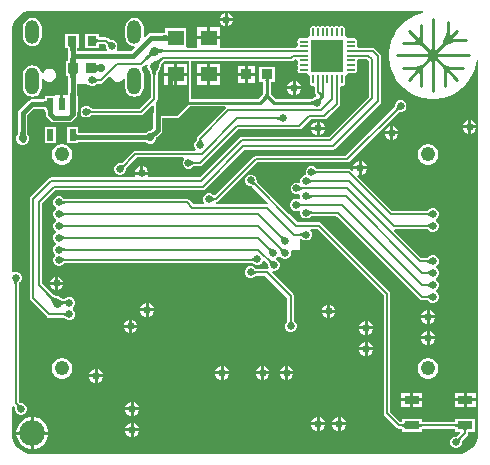
<source format=gtl>
G04*
G04 #@! TF.GenerationSoftware,Altium Limited,Altium Designer,21.2.1 (34)*
G04*
G04 Layer_Physical_Order=1*
G04 Layer_Color=255*
%FSLAX25Y25*%
%MOIN*%
G70*
G04*
G04 #@! TF.SameCoordinates,2553E21A-E740-48D2-A68A-D9BBB884D7A6*
G04*
G04*
G04 #@! TF.FilePolarity,Positive*
G04*
G01*
G75*
%ADD11C,0.01000*%
%ADD16C,0.00800*%
%ADD17O,0.00860X0.02800*%
%ADD18O,0.02800X0.00860*%
%ADD19R,0.10630X0.10630*%
%ADD20R,0.05512X0.05118*%
%ADD21R,0.03150X0.03347*%
%ADD22R,0.03800X0.03500*%
%ADD23R,0.02165X0.03937*%
%ADD24R,0.03180X0.03400*%
%ADD25R,0.05000X0.02756*%
%ADD26C,0.03000*%
%ADD27C,0.01600*%
%ADD43O,0.04720X0.09060*%
%ADD44O,0.04720X0.07870*%
%ADD45C,0.04800*%
%ADD46C,0.08600*%
%ADD47C,0.02500*%
%ADD48C,0.03000*%
%ADD49C,0.02800*%
G36*
X452726Y332114D02*
X452733Y331916D01*
X452754Y331725D01*
X452789Y331540D01*
X452839Y331361D01*
X452903Y331187D01*
X452980Y331019D01*
X453072Y330857D01*
X453178Y330701D01*
X453299Y330551D01*
X453433Y330406D01*
X452726Y329699D01*
X452726D01*
D01*
X452582Y329834D01*
X452431Y329954D01*
X452275Y330060D01*
X452113Y330152D01*
X451945Y330230D01*
X451772Y330293D01*
X451592Y330343D01*
X451407Y330378D01*
X451216Y330399D01*
X451019Y330406D01*
X450019Y331406D01*
X450202Y331414D01*
X450350Y331435D01*
X450465Y331470D01*
X450546Y331520D01*
X450592Y331583D01*
X450604Y331661D01*
X450582Y331753D01*
X450526Y331859D01*
X450436Y331979D01*
X450312Y332114D01*
X451019Y332821D01*
X451153Y332696D01*
X451273Y332606D01*
X451379Y332550D01*
X451471Y332528D01*
X451549Y332540D01*
X451613Y332587D01*
X451662Y332667D01*
X451697Y332782D01*
X451719Y332931D01*
X451726Y333114D01*
X451726Y333114D01*
Y333114D01*
X452726Y332114D01*
D02*
G37*
G36*
X461805Y334007D02*
X461822Y333872D01*
X461849Y333739D01*
X461888Y333610D01*
X461938Y333484D01*
X461963Y333433D01*
X462017Y333451D01*
X462141Y333505D01*
X462260Y333569D01*
X462373Y333643D01*
X462481Y333728D01*
X462583Y333822D01*
X463290Y333115D01*
X463196Y333013D01*
X463111Y332905D01*
X463037Y332792D01*
X462973Y332673D01*
X462919Y332549D01*
X462900Y332495D01*
X462952Y332470D01*
X463077Y332420D01*
X463207Y332382D01*
X463339Y332354D01*
X463475Y332338D01*
X463614Y332332D01*
Y331332D01*
X463475Y331327D01*
X463339Y331310D01*
X463207Y331283D01*
X463077Y331244D01*
X462952Y331195D01*
X462829Y331134D01*
X462710Y331063D01*
X462594Y330980D01*
X462481Y330887D01*
X462371Y330782D01*
Y331843D01*
X461300Y331832D01*
X461285Y330332D01*
X461134Y330329D01*
X460988Y330315D01*
X460847Y330292D01*
X460712Y330258D01*
X460583Y330214D01*
X460459Y330160D01*
X460340Y330096D01*
X460227Y330021D01*
X460119Y329937D01*
X460017Y329842D01*
X459310Y330549D01*
X459405Y330652D01*
X459489Y330759D01*
X459563Y330873D01*
X459627Y330991D01*
X459681Y331115D01*
X459725Y331245D01*
X459759Y331380D01*
X459783Y331520D01*
X459797Y331666D01*
X459800Y331817D01*
X461300Y331832D01*
X461311Y332904D01*
X460250D01*
X460355Y333013D01*
X460448Y333126D01*
X460531Y333242D01*
X460602Y333361D01*
X460663Y333484D01*
X460712Y333610D01*
X460750Y333739D01*
X460778Y333872D01*
X460794Y334007D01*
X460800Y334146D01*
X461800D01*
X461805Y334007D01*
D02*
G37*
G36*
X456807Y328856D02*
X456828Y328708D01*
X456864Y328593D01*
X456913Y328513D01*
X456977Y328466D01*
X457055Y328454D01*
X457147Y328476D01*
X457253Y328532D01*
X457373Y328622D01*
X457507Y328747D01*
X458214Y328039D01*
X458090Y327905D01*
X458000Y327785D01*
X457944Y327679D01*
X457922Y327587D01*
X457934Y327509D01*
X457980Y327445D01*
X458061Y327396D01*
X458175Y327361D01*
X458324Y327339D01*
X458507Y327332D01*
Y326332D01*
X458324Y326325D01*
X458175Y326304D01*
X458061Y326269D01*
X457980Y326219D01*
X457934Y326155D01*
X457922Y326078D01*
X457944Y325986D01*
X458000Y325880D01*
X458090Y325760D01*
X458214Y325625D01*
X457507Y324918D01*
X457373Y325042D01*
X457253Y325133D01*
X457147Y325189D01*
X457055Y325211D01*
X456977Y325198D01*
X456913Y325152D01*
X456864Y325072D01*
X456828Y324957D01*
X456807Y324808D01*
X456800Y324625D01*
X455800D01*
X455793Y324808D01*
X455772Y324957D01*
X455736Y325072D01*
X455687Y325152D01*
X455623Y325198D01*
X455545Y325211D01*
X455453Y325189D01*
X455347Y325133D01*
X455227Y325042D01*
X455093Y324918D01*
X454386Y325625D01*
X454510Y325760D01*
X454600Y325880D01*
X454656Y325986D01*
X454678Y326078D01*
X454666Y326155D01*
X454620Y326219D01*
X454539Y326269D01*
X454425Y326304D01*
X454276Y326325D01*
X454093Y326332D01*
Y327332D01*
X454276Y327339D01*
X454425Y327361D01*
X454539Y327396D01*
X454620Y327445D01*
X454666Y327509D01*
X454678Y327587D01*
X454656Y327679D01*
X454600Y327785D01*
X454510Y327905D01*
X454386Y328039D01*
X455093Y328747D01*
X455227Y328622D01*
X455347Y328532D01*
X455453Y328476D01*
X455545Y328454D01*
X455623Y328466D01*
X455687Y328513D01*
X455736Y328593D01*
X455772Y328708D01*
X455793Y328856D01*
X455800Y329039D01*
X456800D01*
X456807Y328856D01*
D02*
G37*
G36*
X460018Y323831D02*
X460169Y323711D01*
X460325Y323605D01*
X460487Y323513D01*
X460654Y323435D01*
X460828Y323371D01*
X461008Y323322D01*
X461193Y323286D01*
X461384Y323265D01*
X461581Y323258D01*
X462581Y322258D01*
X462398Y322251D01*
X462250Y322230D01*
X462135Y322195D01*
X462054Y322145D01*
X462008Y322081D01*
X461996Y322004D01*
X462018Y321912D01*
X462074Y321806D01*
X462164Y321685D01*
X462288Y321551D01*
X461581Y320844D01*
X461447Y320968D01*
X461327Y321058D01*
X461221Y321114D01*
X461129Y321136D01*
X461051Y321124D01*
X460987Y321078D01*
X460938Y320997D01*
X460903Y320883D01*
X460881Y320734D01*
X460874Y320551D01*
X459874Y321551D01*
X459867Y321748D01*
X459846Y321939D01*
X459811Y322125D01*
X459761Y322304D01*
X459697Y322478D01*
X459620Y322646D01*
X459528Y322808D01*
X459422Y322964D01*
X459301Y323114D01*
X459167Y323258D01*
X459874Y323965D01*
X460018Y323831D01*
D02*
G37*
G36*
X453433Y323258D02*
X453299Y323114D01*
X453178Y322964D01*
X453072Y322808D01*
X452980Y322646D01*
X452903Y322478D01*
X452839Y322304D01*
X452789Y322125D01*
X452754Y321939D01*
X452733Y321748D01*
X452726Y321551D01*
X451726Y320551D01*
X451719Y320734D01*
X451697Y320883D01*
X451662Y320997D01*
X451613Y321078D01*
X451549Y321124D01*
X451471Y321136D01*
X451379Y321114D01*
X451273Y321058D01*
X451153Y320968D01*
X451019Y320844D01*
X450312Y321551D01*
X450436Y321685D01*
X450526Y321806D01*
X450582Y321912D01*
X450604Y322004D01*
X450592Y322081D01*
X450546Y322145D01*
X450465Y322195D01*
X450350Y322230D01*
X450202Y322251D01*
X450019Y322258D01*
X451019Y323258D01*
X451216Y323265D01*
X451407Y323286D01*
X451592Y323322D01*
X451772Y323371D01*
X451945Y323435D01*
X452113Y323513D01*
X452275Y323605D01*
X452431Y323711D01*
X452582Y323831D01*
X452726Y323965D01*
X453433Y323258D01*
D02*
G37*
G36*
X317985Y251713D02*
X317904Y251617D01*
X317833Y251518D01*
X317771Y251417D01*
X317719Y251314D01*
X317676Y251209D01*
X317643Y251101D01*
X317619Y250992D01*
X317605Y250880D01*
X317600Y250766D01*
X316800D01*
X316795Y250880D01*
X316781Y250992D01*
X316757Y251101D01*
X316724Y251209D01*
X316681Y251314D01*
X316629Y251417D01*
X316567Y251518D01*
X316496Y251617D01*
X316415Y251713D01*
X316325Y251807D01*
X318075D01*
X317985Y251713D01*
D02*
G37*
G36*
X318011Y210579D02*
X318101Y210510D01*
X318195Y210449D01*
X318294Y210397D01*
X318399Y210352D01*
X318509Y210315D01*
X318624Y210287D01*
X318744Y210266D01*
X318870Y210254D01*
X319001Y210250D01*
X317750Y209026D01*
X317749Y209156D01*
X317739Y209281D01*
X317721Y209401D01*
X317694Y209516D01*
X317658Y209625D01*
X317615Y209730D01*
X317563Y209829D01*
X317502Y209924D01*
X317433Y210013D01*
X317356Y210097D01*
X317928Y210657D01*
X318011Y210579D01*
D02*
G37*
G36*
X322768Y341638D02*
X326017D01*
X326017Y341638D01*
X452826Y341638D01*
X452905Y341038D01*
X451597Y340687D01*
X449829Y339955D01*
X448171Y338998D01*
X446653Y337833D01*
X445300Y336479D01*
X444135Y334961D01*
X443178Y333304D01*
X442445Y331535D01*
X441950Y329687D01*
X441700Y327789D01*
Y325875D01*
X441950Y323978D01*
X442445Y322129D01*
X443178Y320361D01*
X444135Y318704D01*
X445300Y317185D01*
X446653Y315832D01*
X448171Y314667D01*
X449829Y313710D01*
X451597Y312977D01*
X453446Y312482D01*
X455343Y312232D01*
X457257D01*
X459154Y312482D01*
X461003Y312977D01*
X462771Y313710D01*
X464429Y314667D01*
X465947Y315832D01*
X467300Y317185D01*
X468466Y318704D01*
X469422Y320361D01*
X470155Y322129D01*
X470650Y323978D01*
X470805Y325157D01*
X471405Y325118D01*
Y200874D01*
X471407Y200868D01*
X471275Y199527D01*
X470882Y198231D01*
X470243Y197037D01*
X469384Y195990D01*
X468337Y195131D01*
X467143Y194492D01*
X465847Y194099D01*
X464506Y193967D01*
X464500Y193969D01*
X322768D01*
X322761Y193967D01*
X321420Y194099D01*
X320124Y194492D01*
X318930Y195131D01*
X317883Y195990D01*
X317024Y197037D01*
X316386Y198231D01*
X315993Y199527D01*
X315861Y200868D01*
X315862Y200874D01*
Y209761D01*
X316231Y209940D01*
X316462Y209970D01*
X316911Y209522D01*
X316918Y209512D01*
X316945Y209471D01*
X316968Y209426D01*
X316988Y209378D01*
X317005Y209325D01*
X317019Y209265D01*
X317029Y209198D01*
X317035Y209123D01*
X317037Y209017D01*
X317050Y208954D01*
Y208612D01*
X317347Y207895D01*
X317895Y207347D01*
X318612Y207050D01*
X319388D01*
X320105Y207347D01*
X320653Y207895D01*
X320950Y208612D01*
Y209388D01*
X320653Y210105D01*
X320105Y210653D01*
X319388Y210950D01*
X319081D01*
X319023Y210963D01*
X318916Y210967D01*
X318839Y210974D01*
X318770Y210986D01*
X318708Y211001D01*
X318653Y211020D01*
X318602Y211041D01*
X318557Y211065D01*
X318514Y211093D01*
X318504Y211101D01*
X318321Y211283D01*
Y250859D01*
X318323Y250871D01*
X318334Y250920D01*
X318349Y250969D01*
X318369Y251018D01*
X318395Y251069D01*
X318427Y251122D01*
X318468Y251178D01*
X318517Y251237D01*
X318590Y251314D01*
X318624Y251366D01*
X318853Y251595D01*
X319150Y252312D01*
Y253088D01*
X318853Y253805D01*
X318305Y254353D01*
X317588Y254650D01*
X316812D01*
X316462Y254505D01*
X315862Y254904D01*
Y334732D01*
X315861Y334739D01*
X315993Y336080D01*
X316386Y337376D01*
X317024Y338570D01*
X317883Y339616D01*
X318930Y340476D01*
X320124Y341114D01*
X321420Y341507D01*
X322761Y341639D01*
X322768Y341638D01*
D02*
G37*
%LPC*%
G36*
X387900Y340928D02*
Y339200D01*
X389628D01*
X389307Y339974D01*
X388674Y340608D01*
X387900Y340928D01*
D02*
G37*
G36*
X386900D02*
X386125Y340608D01*
X385492Y339974D01*
X385172Y339200D01*
X386900D01*
Y340928D01*
D02*
G37*
G36*
X389628Y338200D02*
X387900D01*
Y336472D01*
X388674Y336792D01*
X389307Y337425D01*
X389628Y338200D01*
D02*
G37*
G36*
X386900D02*
X385172D01*
X385492Y337425D01*
X386125Y336792D01*
X386900Y336472D01*
Y338200D01*
D02*
G37*
G36*
X385268Y336261D02*
X382012D01*
Y333202D01*
X385268D01*
Y336261D01*
D02*
G37*
G36*
X381012D02*
X377756D01*
Y333202D01*
X381012D01*
Y336261D01*
D02*
G37*
G36*
X322768Y339267D02*
X321969Y339162D01*
X321224Y338854D01*
X320585Y338363D01*
X320095Y337724D01*
X319787Y336979D01*
X319681Y336181D01*
Y333031D01*
X319787Y332232D01*
X320095Y331487D01*
X320585Y330848D01*
X321224Y330358D01*
X321969Y330049D01*
X322768Y329944D01*
X323567Y330049D01*
X324311Y330358D01*
X324950Y330848D01*
X325441Y331487D01*
X325749Y332232D01*
X325854Y333031D01*
Y336181D01*
X325749Y336979D01*
X325441Y337724D01*
X324950Y338363D01*
X324311Y338854D01*
X323567Y339162D01*
X322768Y339267D01*
D02*
G37*
G36*
X356788D02*
X355989Y339162D01*
X355244Y338854D01*
X354605Y338363D01*
X354115Y337724D01*
X353806Y336979D01*
X353701Y336181D01*
Y333031D01*
X353806Y332232D01*
X354115Y331487D01*
X354605Y330848D01*
X355244Y330358D01*
X355989Y330049D01*
X356651Y329962D01*
X356951Y329414D01*
X355673Y328136D01*
X351059D01*
X350810Y328736D01*
X350821Y328748D01*
X351118Y329464D01*
Y330240D01*
X350821Y330957D01*
X350273Y331505D01*
X349556Y331802D01*
X349232D01*
X349171Y331816D01*
X349065Y331818D01*
X348988Y331825D01*
X348920Y331836D01*
X348860Y331850D01*
X348805Y331868D01*
X348757Y331889D01*
X348711Y331912D01*
X348669Y331940D01*
X348659Y331947D01*
X348142Y332465D01*
X347778Y332708D01*
X347349Y332793D01*
X347349Y332793D01*
X344848D01*
Y334045D01*
X340299D01*
Y329298D01*
X344848D01*
Y330550D01*
X346884D01*
X347073Y330361D01*
X347081Y330351D01*
X347108Y330309D01*
X347132Y330264D01*
X347152Y330215D01*
X347170Y330161D01*
X347185Y330100D01*
X347196Y330032D01*
X347203Y329956D01*
X347205Y329849D01*
X347218Y329788D01*
Y329464D01*
X347515Y328748D01*
X347527Y328736D01*
X347278Y328136D01*
X337707D01*
Y328832D01*
X337712Y328917D01*
X337737Y329109D01*
X337767Y329256D01*
X337780Y329298D01*
X338300D01*
Y329999D01*
X338302Y330008D01*
X338300Y330016D01*
Y334045D01*
X333750D01*
Y329298D01*
X334536D01*
X334537Y329296D01*
X334571Y329213D01*
X334607Y329080D01*
X334637Y328900D01*
X334648Y328772D01*
Y325373D01*
X334642Y325284D01*
X334617Y325093D01*
X334586Y324948D01*
X334571Y324901D01*
X334039D01*
Y324200D01*
X334037Y324192D01*
X334039Y324183D01*
Y320821D01*
X334037Y320813D01*
X334039Y320804D01*
Y320101D01*
X334621D01*
X334644Y320037D01*
X334676Y319897D01*
X334703Y319711D01*
X334711Y319605D01*
Y314134D01*
X334583Y313587D01*
X333000D01*
Y310618D01*
X332000D01*
Y313587D01*
X330417D01*
Y313287D01*
X326977D01*
Y312258D01*
X326977Y312258D01*
X326893Y312224D01*
X326761Y312189D01*
X326580Y312159D01*
X326452Y312147D01*
X322618D01*
X322033Y312031D01*
X321537Y311700D01*
X318419Y308581D01*
X318087Y308085D01*
X317971Y307500D01*
Y300744D01*
X317962Y300647D01*
X317953Y300586D01*
X317943Y300539D01*
X317941Y300532D01*
X317720Y300311D01*
X317400Y299539D01*
Y298704D01*
X317720Y297932D01*
X318310Y297341D01*
X318899Y297097D01*
X318915Y297087D01*
X318933Y297083D01*
X319082Y297022D01*
X319244D01*
X319500Y296971D01*
X319756Y297022D01*
X319918D01*
X320067Y297083D01*
X320085Y297087D01*
X320101Y297097D01*
X320690Y297341D01*
X321280Y297932D01*
X321600Y298704D01*
Y299539D01*
X321280Y300311D01*
X321059Y300532D01*
X321057Y300539D01*
X321047Y300586D01*
X321039Y300641D01*
X321029Y300777D01*
Y306867D01*
X323252Y309089D01*
X326452D01*
X326580Y309078D01*
X326582Y309077D01*
X326975Y308662D01*
X326977Y308653D01*
Y307950D01*
X327214D01*
X327231Y307692D01*
Y307240D01*
X327347Y306655D01*
X327678Y306159D01*
X328919Y304919D01*
X329415Y304587D01*
X330000Y304471D01*
X335000D01*
X335585Y304587D01*
X336081Y304919D01*
X337322Y306159D01*
X337653Y306655D01*
X337770Y307240D01*
Y307766D01*
X337776Y307912D01*
X337780Y307950D01*
X338023D01*
Y308653D01*
X338024Y308662D01*
X338023Y308670D01*
Y312566D01*
X338024Y312575D01*
X338023Y312583D01*
Y313287D01*
X337801D01*
X337770Y313718D01*
Y317370D01*
X340990D01*
X341002Y317378D01*
X341460Y317042D01*
X341624Y316878D01*
X342340Y316581D01*
X343116D01*
X343833Y316878D01*
X344062Y317107D01*
X344115Y317141D01*
X344192Y317215D01*
X344250Y317264D01*
X344306Y317304D01*
X344359Y317337D01*
X344410Y317363D01*
X344460Y317383D01*
X344508Y317398D01*
X344557Y317408D01*
X344569Y317410D01*
X345531D01*
X345531Y317410D01*
X345961Y317495D01*
X346324Y317738D01*
X348381Y319795D01*
X348407Y319799D01*
X348826Y319709D01*
X349043Y319608D01*
X349244Y319124D01*
X349398Y318893D01*
X349815Y318476D01*
X350046Y318321D01*
X350590Y318096D01*
X350863Y318042D01*
X351452D01*
X351725Y318096D01*
X352269Y318321D01*
X352501Y318476D01*
X352917Y318893D01*
X353072Y319124D01*
X353101Y319195D01*
X353701Y319076D01*
Y316106D01*
X353806Y315307D01*
X354115Y314562D01*
X354605Y313923D01*
X355244Y313433D01*
X355989Y313124D01*
X356788Y313019D01*
X357587Y313124D01*
X358331Y313433D01*
X358970Y313923D01*
X359461Y314562D01*
X359769Y315307D01*
X359874Y316106D01*
Y320446D01*
X359769Y321244D01*
X359461Y321989D01*
X359219Y322304D01*
X359461Y322964D01*
X359466Y322967D01*
X359824Y323207D01*
X360669Y324052D01*
X361222Y323756D01*
X361125Y323269D01*
X361296Y322410D01*
X361782Y321682D01*
X361851Y321637D01*
X361905Y321543D01*
X361973Y321381D01*
X362041Y321163D01*
X362103Y320893D01*
X362153Y320587D01*
X362247Y319337D01*
Y312833D01*
X358504Y309090D01*
X342639D01*
X342629Y309092D01*
X342586Y309102D01*
X342547Y309115D01*
X342508Y309132D01*
X342468Y309155D01*
X342426Y309184D01*
X342394Y309211D01*
X342318Y309286D01*
X342270Y309342D01*
X342238Y309367D01*
X341864Y309740D01*
X341148Y310037D01*
X340372D01*
X339655Y309740D01*
X339107Y309192D01*
X338810Y308475D01*
Y307699D01*
X339107Y306983D01*
X339655Y306434D01*
X340372Y306137D01*
X341148D01*
X341864Y306434D01*
X341997Y306566D01*
X342010Y306573D01*
X342098Y306644D01*
X342169Y306694D01*
X342236Y306735D01*
X342301Y306769D01*
X342362Y306797D01*
X342422Y306819D01*
X342479Y306835D01*
X342535Y306846D01*
X342547Y306847D01*
X358969D01*
X358969Y306847D01*
X359398Y306932D01*
X359762Y307176D01*
X362732Y310146D01*
X363286Y309916D01*
Y307946D01*
X363087Y307648D01*
X362971Y307063D01*
Y302634D01*
X362066Y301729D01*
X361992Y301666D01*
X361941Y301629D01*
X361902Y301604D01*
X361895Y301600D01*
X361582D01*
X360810Y301280D01*
X360590Y301059D01*
X360582Y301057D01*
X360536Y301047D01*
X360480Y301039D01*
X360344Y301029D01*
X338551D01*
X338425Y301041D01*
X338247Y301070D01*
X338116Y301105D01*
X338034Y301139D01*
X338024Y301145D01*
X338023Y301154D01*
Y303050D01*
X334457D01*
Y297713D01*
X337302D01*
X337311Y297712D01*
X337319Y297713D01*
X338023D01*
Y297939D01*
X338457Y297971D01*
X360378D01*
X360474Y297962D01*
X360536Y297953D01*
X360582Y297943D01*
X360590Y297941D01*
X360810Y297720D01*
X361582Y297400D01*
X362418D01*
X363190Y297720D01*
X363780Y298310D01*
X364100Y299082D01*
Y299395D01*
X364104Y299402D01*
X364129Y299441D01*
X364162Y299486D01*
X364252Y299589D01*
X365581Y300919D01*
X365913Y301415D01*
X366029Y302000D01*
Y305786D01*
X371100D01*
X371373Y305841D01*
X371605Y305995D01*
X375449Y309840D01*
X387045D01*
X387225Y309464D01*
X387253Y309240D01*
X377907Y299893D01*
X377664Y299529D01*
X377578Y299100D01*
X377578Y299100D01*
Y298741D01*
X377577Y298729D01*
X377566Y298680D01*
X377551Y298631D01*
X377531Y298582D01*
X377505Y298531D01*
X377473Y298478D01*
X377432Y298422D01*
X377383Y298363D01*
X377310Y298286D01*
X377276Y298234D01*
X377047Y298005D01*
X376750Y297288D01*
Y296512D01*
X377047Y295795D01*
X377221Y295621D01*
X376972Y295022D01*
X357119D01*
X357119Y295022D01*
X356689Y294936D01*
X356326Y294693D01*
X356326Y294693D01*
X352652Y291019D01*
X352643Y291013D01*
X352608Y290991D01*
X352573Y290974D01*
X352536Y290960D01*
X352496Y290950D01*
X352449Y290942D01*
X352413Y290940D01*
X352388Y290950D01*
X351612D01*
X350895Y290653D01*
X350347Y290105D01*
X350050Y289388D01*
Y288612D01*
X350347Y287895D01*
X350895Y287347D01*
X351612Y287050D01*
X352388D01*
X353105Y287347D01*
X353653Y287895D01*
X353950Y288612D01*
Y288768D01*
X353965Y288872D01*
X353982Y288959D01*
X354002Y289039D01*
X354026Y289111D01*
X354052Y289176D01*
X354081Y289236D01*
X354112Y289289D01*
X354145Y289338D01*
X354153Y289348D01*
X357583Y292778D01*
X372972D01*
X373221Y292179D01*
X373147Y292105D01*
X372850Y291388D01*
Y290612D01*
X373147Y289895D01*
X373695Y289347D01*
X374412Y289050D01*
X375188D01*
X375905Y289347D01*
X376134Y289576D01*
X376186Y289610D01*
X376263Y289683D01*
X376322Y289732D01*
X376378Y289773D01*
X376431Y289805D01*
X376482Y289831D01*
X376531Y289851D01*
X376580Y289866D01*
X376629Y289877D01*
X376641Y289879D01*
X378600D01*
X378600Y289878D01*
X379029Y289964D01*
X379393Y290207D01*
X391365Y302179D01*
X411800D01*
X411800Y302178D01*
X412229Y302264D01*
X412593Y302507D01*
X415565Y305479D01*
X420100D01*
X420100Y305478D01*
X420529Y305564D01*
X420893Y305807D01*
X425043Y309957D01*
X425286Y310321D01*
X425372Y310750D01*
X425372Y310750D01*
Y316145D01*
X425820Y316668D01*
X426261Y316756D01*
X426635Y317005D01*
X426884Y317379D01*
X426972Y317820D01*
Y319760D01*
X426967Y319785D01*
X427415Y320385D01*
X428015Y320833D01*
X428040Y320828D01*
X429980D01*
X430421Y320916D01*
X430795Y321165D01*
X431044Y321539D01*
X431132Y321980D01*
X431044Y322421D01*
X430815Y322765D01*
X431044Y323109D01*
X431132Y323550D01*
X431044Y323991D01*
X430811Y324340D01*
X431044Y324689D01*
X431132Y325130D01*
X431655Y325578D01*
X434335D01*
X434878Y325035D01*
Y312965D01*
X421535Y299622D01*
X392500D01*
X392071Y299536D01*
X391707Y299293D01*
X391707Y299293D01*
X378535Y286122D01*
X361672D01*
X361272Y286722D01*
X361428Y287100D01*
X356972D01*
X357129Y286722D01*
X356728Y286122D01*
X329000D01*
X329000Y286122D01*
X328571Y286036D01*
X328207Y285793D01*
X328207Y285793D01*
X322207Y279793D01*
X321964Y279429D01*
X321878Y279000D01*
X321879Y279000D01*
Y245900D01*
X321878Y245900D01*
X321964Y245471D01*
X322207Y245107D01*
X327665Y239648D01*
X327665Y239648D01*
X328029Y239405D01*
X328458Y239320D01*
X328459Y239320D01*
X333280D01*
X333293Y239318D01*
X333342Y239308D01*
X333390Y239293D01*
X333439Y239273D01*
X333490Y239247D01*
X333544Y239214D01*
X333600Y239174D01*
X333658Y239125D01*
X333735Y239051D01*
X333788Y239018D01*
X334017Y238788D01*
X334734Y238492D01*
X335509D01*
X336226Y238788D01*
X336775Y239337D01*
X337071Y240054D01*
Y240829D01*
X336775Y241546D01*
X336226Y242095D01*
Y242725D01*
X336775Y243274D01*
X337071Y243991D01*
Y244766D01*
X336775Y245483D01*
X336226Y246032D01*
X335509Y246328D01*
X334734D01*
X334017Y246032D01*
X333788Y245802D01*
X333735Y245769D01*
X333658Y245695D01*
X333600Y245646D01*
X333544Y245606D01*
X333520Y245591D01*
X333476Y245595D01*
X333180Y245648D01*
X332920Y245712D01*
X332707Y245782D01*
X332542Y245854D01*
X332519Y245868D01*
X332435Y245992D01*
X331708Y246479D01*
X330849Y246649D01*
X330693Y246618D01*
X330636Y246634D01*
X330473Y246700D01*
X330272Y246806D01*
X330037Y246953D01*
X329784Y247134D01*
X328835Y247952D01*
X326121Y250665D01*
Y277535D01*
X330465Y281878D01*
X379500D01*
X379500Y281878D01*
X379929Y281964D01*
X380293Y282207D01*
X393465Y295378D01*
X423000D01*
X423000Y295378D01*
X423429Y295464D01*
X423793Y295707D01*
X438793Y310707D01*
X438793Y310707D01*
X439036Y311071D01*
X439122Y311500D01*
Y326500D01*
X439122Y326500D01*
X439036Y326929D01*
X438793Y327293D01*
X437013Y329073D01*
X436649Y329316D01*
X436220Y329402D01*
X436220Y329401D01*
X431655D01*
X431132Y329850D01*
X431044Y330291D01*
X430815Y330635D01*
X431044Y330979D01*
X431132Y331420D01*
X431044Y331861D01*
X430795Y332235D01*
X430421Y332484D01*
X429980Y332572D01*
X428040D01*
X428015Y332567D01*
X427415Y333015D01*
X426967Y333615D01*
X426972Y333640D01*
Y335580D01*
X426885Y336021D01*
X426635Y336395D01*
X426261Y336645D01*
X425820Y336732D01*
X425379Y336645D01*
X425035Y336415D01*
X424691Y336645D01*
X424250Y336732D01*
X423809Y336645D01*
X423460Y336411D01*
X423111Y336644D01*
X422670Y336732D01*
X422229Y336644D01*
X421885Y336415D01*
X421541Y336644D01*
X421100Y336732D01*
X420659Y336644D01*
X420310Y336411D01*
X419961Y336644D01*
X419520Y336732D01*
X419079Y336644D01*
X418735Y336415D01*
X418391Y336644D01*
X417950Y336732D01*
X417509Y336644D01*
X417165Y336415D01*
X416821Y336645D01*
X416380Y336732D01*
X415939Y336645D01*
X415565Y336395D01*
X415315Y336021D01*
X415228Y335580D01*
Y333640D01*
X415233Y333615D01*
X414785Y333015D01*
X414185Y332567D01*
X414160Y332572D01*
X412220D01*
X411779Y332484D01*
X411405Y332235D01*
X411156Y331861D01*
X411068Y331420D01*
X411156Y330979D01*
X411385Y330635D01*
X411156Y330291D01*
X411068Y329850D01*
X410545Y329401D01*
X385268D01*
Y332202D01*
X381512D01*
X377756D01*
Y329401D01*
X374527D01*
X373944Y329443D01*
Y335961D01*
X367032D01*
Y334342D01*
X367032Y334342D01*
X366949Y334308D01*
X366816Y334272D01*
X366635Y334242D01*
X366507Y334231D01*
X362402D01*
X361816Y334115D01*
X361320Y333783D01*
X360408Y332871D01*
X359874Y333186D01*
Y336181D01*
X359769Y336979D01*
X359461Y337724D01*
X358970Y338363D01*
X358331Y338854D01*
X357587Y339162D01*
X356788Y339267D01*
D02*
G37*
G36*
X322768Y323532D02*
X321969Y323427D01*
X321224Y323118D01*
X320585Y322628D01*
X320095Y321989D01*
X319787Y321244D01*
X319681Y320446D01*
Y316106D01*
X319787Y315307D01*
X320095Y314562D01*
X320585Y313923D01*
X321224Y313433D01*
X321969Y313124D01*
X322768Y313019D01*
X323567Y313124D01*
X324311Y313433D01*
X324950Y313923D01*
X325441Y314562D01*
X325749Y315307D01*
X325854Y316106D01*
Y319076D01*
X326454Y319195D01*
X326484Y319124D01*
X326638Y318893D01*
X327055Y318476D01*
X327286Y318321D01*
X327830Y318096D01*
X328103Y318042D01*
X328692D01*
X328965Y318096D01*
X329509Y318321D01*
X329741Y318476D01*
X330157Y318893D01*
X330312Y319124D01*
X330537Y319668D01*
X330591Y319941D01*
Y320530D01*
X330537Y320803D01*
X330312Y321347D01*
X330157Y321579D01*
X329741Y321995D01*
X329509Y322150D01*
X328965Y322375D01*
X328692Y322429D01*
X328103D01*
X327830Y322375D01*
X327286Y322150D01*
X327055Y321995D01*
X326638Y321579D01*
X326484Y321347D01*
X326375Y321085D01*
X325759Y321166D01*
X325749Y321244D01*
X325441Y321989D01*
X324950Y322628D01*
X324311Y323118D01*
X323567Y323427D01*
X322768Y323532D01*
D02*
G37*
G36*
X469000Y305228D02*
Y303500D01*
X470728D01*
X470407Y304275D01*
X469774Y304907D01*
X469000Y305228D01*
D02*
G37*
G36*
X468000D02*
X467226Y304907D01*
X466593Y304275D01*
X466272Y303500D01*
X468000D01*
Y305228D01*
D02*
G37*
G36*
X418500Y304728D02*
Y303000D01*
X420228D01*
X419908Y303774D01*
X419275Y304408D01*
X418500Y304728D01*
D02*
G37*
G36*
X417500D02*
X416725Y304408D01*
X416092Y303774D01*
X415772Y303000D01*
X417500D01*
Y304728D01*
D02*
G37*
G36*
X443000Y303228D02*
Y301500D01*
X444728D01*
X444408Y302274D01*
X443775Y302907D01*
X443000Y303228D01*
D02*
G37*
G36*
X442000D02*
X441225Y302907D01*
X440592Y302274D01*
X440272Y301500D01*
X442000D01*
Y303228D01*
D02*
G37*
G36*
X470728Y302500D02*
X469000D01*
Y300772D01*
X469774Y301093D01*
X470407Y301726D01*
X470728Y302500D01*
D02*
G37*
G36*
X468000D02*
X466272D01*
X466593Y301726D01*
X467226Y301093D01*
X468000Y300772D01*
Y302500D01*
D02*
G37*
G36*
X420228Y302000D02*
X418500D01*
Y300272D01*
X419275Y300592D01*
X419908Y301225D01*
X420228Y302000D01*
D02*
G37*
G36*
X417500D02*
X415772D01*
X416092Y301225D01*
X416725Y300592D01*
X417500Y300272D01*
Y302000D01*
D02*
G37*
G36*
X444728Y300500D02*
X443000D01*
Y298772D01*
X443775Y299093D01*
X444408Y299726D01*
X444728Y300500D01*
D02*
G37*
G36*
X442000D02*
X440272D01*
X440592Y299726D01*
X441225Y299093D01*
X442000Y298772D01*
Y300500D01*
D02*
G37*
G36*
X330542Y303050D02*
X326977D01*
Y297713D01*
X330542D01*
Y303050D01*
D02*
G37*
G36*
X445888Y311950D02*
X445112D01*
X444395Y311653D01*
X443847Y311105D01*
X443550Y310388D01*
Y310064D01*
X443537Y310003D01*
X443534Y309896D01*
X443528Y309820D01*
X443516Y309752D01*
X443502Y309691D01*
X443484Y309637D01*
X443464Y309588D01*
X443440Y309543D01*
X443412Y309501D01*
X443405Y309491D01*
X427335Y293422D01*
X397300D01*
X396871Y293336D01*
X396507Y293093D01*
X396507Y293093D01*
X383450Y280036D01*
X383406Y280049D01*
X383353Y280070D01*
X383298Y280097D01*
X383241Y280130D01*
X383180Y280171D01*
X383118Y280221D01*
X383037Y280293D01*
X382994Y280319D01*
X382802Y280511D01*
X382085Y280808D01*
X381309D01*
X380593Y280511D01*
X380044Y279962D01*
X379747Y279246D01*
Y278470D01*
X380044Y277753D01*
X380076Y277722D01*
X379827Y277121D01*
X376571D01*
X375056Y278636D01*
X374692Y278879D01*
X374263Y278965D01*
X374263Y278965D01*
X333441D01*
X333429Y278966D01*
X333380Y278977D01*
X333331Y278992D01*
X333282Y279012D01*
X333231Y279038D01*
X333178Y279070D01*
X333122Y279111D01*
X333063Y279160D01*
X332986Y279234D01*
X332934Y279267D01*
X332705Y279496D01*
X331988Y279793D01*
X331212D01*
X330495Y279496D01*
X329947Y278948D01*
X329650Y278231D01*
Y277455D01*
X329947Y276739D01*
X330495Y276190D01*
Y275559D01*
X329947Y275011D01*
X329650Y274294D01*
Y273518D01*
X329947Y272801D01*
X330495Y272253D01*
Y271622D01*
X329947Y271074D01*
X329650Y270357D01*
Y269581D01*
X329947Y268864D01*
X330495Y268316D01*
Y267685D01*
X329947Y267137D01*
X329650Y266420D01*
Y265644D01*
X329947Y264928D01*
X330495Y264379D01*
X330495Y263748D01*
X329947Y263200D01*
X329650Y262483D01*
Y261707D01*
X329947Y260991D01*
X330198Y260739D01*
X330438Y260348D01*
X330198Y259956D01*
X329947Y259705D01*
X329650Y258988D01*
Y258212D01*
X329947Y257495D01*
X330495Y256947D01*
X331212Y256650D01*
X331988D01*
X332705Y256947D01*
X333049Y257291D01*
X333091Y257323D01*
X333159Y257398D01*
X333208Y257445D01*
X333253Y257483D01*
X333297Y257512D01*
X333338Y257535D01*
X333379Y257553D01*
X333420Y257567D01*
X333464Y257577D01*
X333474Y257578D01*
X396003D01*
X396016Y257577D01*
X396070Y257566D01*
X396126Y257550D01*
X396184Y257529D01*
X396244Y257501D01*
X396307Y257467D01*
X396372Y257426D01*
X396441Y257376D01*
X396527Y257305D01*
X396549Y257293D01*
X396695Y257147D01*
X397412Y256850D01*
X398188D01*
X398905Y257147D01*
X399453Y257695D01*
X399634Y258132D01*
X400304Y258310D01*
X401205Y257409D01*
X401213Y257399D01*
X401240Y257357D01*
X401264Y257312D01*
X401284Y257263D01*
X401302Y257209D01*
X401316Y257148D01*
X401328Y257080D01*
X401334Y257004D01*
X401336Y256897D01*
X401350Y256836D01*
Y256512D01*
X401535Y256065D01*
X401085Y255585D01*
X400900Y255622D01*
X400900Y255622D01*
X397341D01*
X397329Y255623D01*
X397280Y255634D01*
X397231Y255649D01*
X397182Y255669D01*
X397131Y255695D01*
X397078Y255727D01*
X397022Y255768D01*
X396963Y255817D01*
X396886Y255890D01*
X396834Y255924D01*
X396605Y256153D01*
X395888Y256450D01*
X395112D01*
X394395Y256153D01*
X393847Y255605D01*
X393550Y254888D01*
Y254112D01*
X393847Y253395D01*
X394395Y252847D01*
X395112Y252550D01*
X395888D01*
X396605Y252847D01*
X396834Y253076D01*
X396886Y253110D01*
X396963Y253183D01*
X397022Y253232D01*
X397078Y253273D01*
X397131Y253305D01*
X397182Y253331D01*
X397231Y253351D01*
X397280Y253366D01*
X397329Y253377D01*
X397341Y253379D01*
X400435D01*
X407779Y246035D01*
Y238341D01*
X407777Y238329D01*
X407766Y238280D01*
X407751Y238231D01*
X407731Y238182D01*
X407705Y238131D01*
X407673Y238078D01*
X407632Y238022D01*
X407583Y237963D01*
X407510Y237886D01*
X407476Y237834D01*
X407247Y237605D01*
X406950Y236888D01*
Y236112D01*
X407247Y235395D01*
X407795Y234847D01*
X408512Y234550D01*
X409288D01*
X410005Y234847D01*
X410553Y235395D01*
X410850Y236112D01*
Y236888D01*
X410553Y237605D01*
X410324Y237834D01*
X410290Y237886D01*
X410217Y237963D01*
X410168Y238022D01*
X410127Y238078D01*
X410095Y238131D01*
X410069Y238182D01*
X410049Y238231D01*
X410034Y238280D01*
X410023Y238329D01*
X410022Y238341D01*
Y246500D01*
X410022Y246500D01*
X409936Y246929D01*
X409693Y247293D01*
X409693Y247293D01*
X402525Y254461D01*
X402865Y254969D01*
X402912Y254950D01*
X403688D01*
X404405Y255247D01*
X404953Y255795D01*
X405250Y256512D01*
Y257288D01*
X404953Y258005D01*
X404405Y258553D01*
X404130Y258667D01*
Y259316D01*
X404205Y259347D01*
X404655Y259797D01*
X405117Y259791D01*
X405333Y259728D01*
X405347Y259695D01*
X405895Y259147D01*
X406612Y258850D01*
X407388D01*
X408105Y259147D01*
X408653Y259695D01*
X408950Y260412D01*
Y261188D01*
X408862Y261400D01*
X409263Y262000D01*
X412000D01*
Y265390D01*
X412014Y265425D01*
X412023Y265442D01*
X412040Y265469D01*
X412071Y265506D01*
X412119Y265553D01*
X412189Y265601D01*
X412279Y265640D01*
X412600Y265691D01*
X412614Y265678D01*
X412666Y265645D01*
X412895Y265416D01*
X413612Y265119D01*
X414388D01*
X415105Y265416D01*
X415653Y265964D01*
X415950Y266681D01*
Y267457D01*
X415653Y268173D01*
X415448Y268378D01*
X415696Y268979D01*
X417835D01*
X439878Y246935D01*
Y207500D01*
X439878Y207500D01*
X439964Y207071D01*
X440207Y206707D01*
X444207Y202707D01*
X444207Y202707D01*
X444570Y202464D01*
X445000Y202379D01*
X446083D01*
Y201422D01*
X452483D01*
Y202378D01*
X463800D01*
Y201422D01*
X465187D01*
X465436Y200822D01*
X464509Y199895D01*
X464499Y199888D01*
X464457Y199860D01*
X464412Y199837D01*
X464363Y199816D01*
X464309Y199798D01*
X464248Y199784D01*
X464180Y199773D01*
X464104Y199766D01*
X463997Y199764D01*
X463936Y199750D01*
X463612D01*
X462895Y199453D01*
X462347Y198905D01*
X462050Y198188D01*
Y197412D01*
X462347Y196695D01*
X462895Y196147D01*
X463612Y195850D01*
X464388D01*
X465105Y196147D01*
X465653Y196695D01*
X465950Y197412D01*
Y197736D01*
X465964Y197797D01*
X465966Y197904D01*
X465973Y197980D01*
X465983Y198048D01*
X465998Y198109D01*
X466016Y198163D01*
X466037Y198212D01*
X466060Y198257D01*
X466087Y198299D01*
X466095Y198309D01*
X467793Y200007D01*
X468036Y200371D01*
X468122Y200800D01*
X468122Y200800D01*
Y201422D01*
X470200D01*
Y205578D01*
X463800D01*
Y204622D01*
X452483D01*
Y205578D01*
X446083D01*
Y204622D01*
X445464D01*
X442122Y207965D01*
Y247400D01*
X442122Y247400D01*
X442036Y247829D01*
X441793Y248193D01*
X441793Y248193D01*
X419093Y270893D01*
X418729Y271136D01*
X418300Y271222D01*
X418300Y271221D01*
X411278D01*
X408500Y274000D01*
X408217D01*
X397610Y284606D01*
X397603Y284616D01*
X397576Y284658D01*
X397552Y284703D01*
X397531Y284752D01*
X397513Y284807D01*
X397499Y284867D01*
X397488Y284935D01*
X397481Y285012D01*
X397479Y285118D01*
X397465Y285179D01*
Y285503D01*
X397168Y286220D01*
X396620Y286768D01*
X395903Y287065D01*
X395127D01*
X394411Y286768D01*
X393862Y286220D01*
X393565Y285503D01*
Y284727D01*
X393862Y284011D01*
X394411Y283462D01*
X395127Y283165D01*
X395451D01*
X395512Y283152D01*
X395619Y283150D01*
X395695Y283143D01*
X395763Y283132D01*
X395824Y283117D01*
X395878Y283099D01*
X395927Y283079D01*
X395972Y283055D01*
X396014Y283028D01*
X396024Y283020D01*
X401413Y277631D01*
X401118Y277078D01*
X400900Y277122D01*
X400900Y277121D01*
X384085D01*
X384037Y277158D01*
X383824Y277520D01*
X383825Y277529D01*
X383972Y277793D01*
X384329Y277864D01*
X384693Y278107D01*
X397765Y291178D01*
X427800D01*
X427800Y291178D01*
X428229Y291264D01*
X428593Y291507D01*
X444991Y307905D01*
X445001Y307912D01*
X445043Y307940D01*
X445088Y307963D01*
X445137Y307984D01*
X445191Y308002D01*
X445252Y308016D01*
X445320Y308028D01*
X445396Y308034D01*
X445503Y308036D01*
X445564Y308050D01*
X445888D01*
X446605Y308347D01*
X447153Y308895D01*
X447450Y309612D01*
Y310388D01*
X447153Y311105D01*
X446605Y311653D01*
X445888Y311950D01*
D02*
G37*
G36*
X455113Y297243D02*
X454203D01*
X453324Y297008D01*
X452535Y296553D01*
X451892Y295910D01*
X451437Y295122D01*
X451202Y294243D01*
Y293333D01*
X451437Y292454D01*
X451892Y291666D01*
X452535Y291022D01*
X453324Y290567D01*
X454203Y290332D01*
X455113D01*
X455991Y290567D01*
X456779Y291022D01*
X457423Y291666D01*
X457878Y292454D01*
X458113Y293333D01*
Y294243D01*
X457878Y295122D01*
X457423Y295910D01*
X456779Y296553D01*
X455991Y297008D01*
X455113Y297243D01*
D02*
G37*
G36*
X333065D02*
X332155D01*
X331276Y297008D01*
X330488Y296553D01*
X329845Y295910D01*
X329390Y295122D01*
X329154Y294243D01*
Y293333D01*
X329390Y292454D01*
X329845Y291666D01*
X330488Y291022D01*
X331276Y290567D01*
X332155Y290332D01*
X333065D01*
X333944Y290567D01*
X334732Y291022D01*
X335376Y291666D01*
X335831Y292454D01*
X336066Y293333D01*
Y294243D01*
X335831Y295122D01*
X335376Y295910D01*
X334732Y296553D01*
X333944Y297008D01*
X333065Y297243D01*
D02*
G37*
G36*
X432500Y291528D02*
Y289800D01*
X434228D01*
X433908Y290575D01*
X433275Y291208D01*
X432500Y291528D01*
D02*
G37*
G36*
X431500D02*
X430725Y291208D01*
X430092Y290575D01*
X429772Y289800D01*
X431500D01*
Y291528D01*
D02*
G37*
G36*
X359700Y289828D02*
Y288100D01*
X361428D01*
X361107Y288875D01*
X360474Y289508D01*
X359700Y289828D01*
D02*
G37*
G36*
X358700D02*
X357926Y289508D01*
X357293Y288875D01*
X356972Y288100D01*
X358700D01*
Y289828D01*
D02*
G37*
G36*
X434228Y288800D02*
X432500D01*
Y287072D01*
X433275Y287392D01*
X433908Y288025D01*
X434228Y288800D01*
D02*
G37*
G36*
X416188Y289850D02*
X415412D01*
X414695Y289553D01*
X414147Y289005D01*
X413850Y288288D01*
Y287512D01*
X413929Y287321D01*
X413869Y287230D01*
X413496Y286798D01*
X412895Y286549D01*
X412347Y286000D01*
X412050Y285284D01*
Y284688D01*
X411668Y284340D01*
X411501Y284266D01*
X411188Y284396D01*
X410412D01*
X409695Y284099D01*
X409147Y283550D01*
X408850Y282834D01*
Y282058D01*
X409147Y281341D01*
X409695Y280793D01*
X410412Y280496D01*
X411188D01*
X411599Y280666D01*
X412058Y280207D01*
X412050Y280188D01*
Y279412D01*
X412069Y279367D01*
X411713Y278658D01*
X411622Y278636D01*
X410906Y278932D01*
X410130D01*
X409413Y278636D01*
X408864Y278087D01*
X408568Y277370D01*
Y276594D01*
X408864Y275878D01*
X409413Y275329D01*
X410130Y275032D01*
X410906D01*
X411622Y275329D01*
X411627Y275334D01*
X412135Y274994D01*
X412050Y274788D01*
Y274012D01*
X412347Y273295D01*
X412895Y272747D01*
X413612Y272450D01*
X414388D01*
X415105Y272747D01*
X415334Y272976D01*
X415386Y273010D01*
X415463Y273083D01*
X415522Y273132D01*
X415578Y273173D01*
X415631Y273205D01*
X415682Y273231D01*
X415731Y273251D01*
X415780Y273266D01*
X415829Y273277D01*
X415841Y273278D01*
X424135D01*
X451861Y245553D01*
X451861Y245553D01*
X452225Y245310D01*
X452654Y245224D01*
X454359D01*
X454371Y245223D01*
X454420Y245212D01*
X454469Y245197D01*
X454518Y245177D01*
X454569Y245151D01*
X454622Y245119D01*
X454678Y245078D01*
X454737Y245029D01*
X454814Y244956D01*
X454866Y244922D01*
X455095Y244693D01*
X455812Y244396D01*
X456588D01*
X457305Y244693D01*
X457853Y245241D01*
X458150Y245958D01*
Y246734D01*
X457853Y247451D01*
X457305Y247999D01*
Y248630D01*
X457853Y249179D01*
X458150Y249895D01*
Y250671D01*
X457853Y251388D01*
X457305Y251936D01*
X457235Y251965D01*
Y252615D01*
X457436Y252698D01*
X457984Y253246D01*
X458281Y253963D01*
Y254739D01*
X457984Y255456D01*
X457503Y255937D01*
X457438Y256123D01*
X457449Y256648D01*
X457853Y257052D01*
X458150Y257769D01*
Y258545D01*
X457853Y259262D01*
X457305Y259810D01*
X456588Y260107D01*
X455812D01*
X455095Y259810D01*
X454866Y259581D01*
X454814Y259547D01*
X454737Y259474D01*
X454678Y259425D01*
X454622Y259384D01*
X454569Y259352D01*
X454518Y259326D01*
X454469Y259306D01*
X454420Y259291D01*
X454371Y259280D01*
X454359Y259279D01*
X452308D01*
X443339Y268247D01*
X443588Y268847D01*
X454359D01*
X454371Y268845D01*
X454420Y268834D01*
X454469Y268819D01*
X454518Y268799D01*
X454569Y268774D01*
X454622Y268741D01*
X454678Y268701D01*
X454737Y268652D01*
X454814Y268578D01*
X454866Y268544D01*
X455095Y268315D01*
X455812Y268018D01*
X456588D01*
X457305Y268315D01*
X457853Y268864D01*
X458150Y269580D01*
Y270356D01*
X457853Y271073D01*
X457305Y271621D01*
Y272252D01*
X457853Y272801D01*
X458150Y273517D01*
Y274293D01*
X457853Y275010D01*
X457305Y275558D01*
X456588Y275855D01*
X455812D01*
X455095Y275558D01*
X454866Y275329D01*
X454814Y275296D01*
X454737Y275222D01*
X454678Y275173D01*
X454622Y275132D01*
X454569Y275100D01*
X454518Y275074D01*
X454469Y275054D01*
X454420Y275039D01*
X454371Y275028D01*
X454359Y275027D01*
X442659D01*
X431097Y286589D01*
X431437Y287098D01*
X431500Y287072D01*
Y288800D01*
X429772D01*
X429798Y288737D01*
X429289Y288397D01*
X428993Y288693D01*
X428629Y288936D01*
X428200Y289022D01*
X428200Y289021D01*
X417641D01*
X417629Y289023D01*
X417580Y289034D01*
X417531Y289049D01*
X417482Y289069D01*
X417431Y289095D01*
X417378Y289127D01*
X417322Y289168D01*
X417263Y289217D01*
X417186Y289290D01*
X417134Y289324D01*
X416905Y289553D01*
X416188Y289850D01*
D02*
G37*
G36*
X331322Y253050D02*
Y251322D01*
X333050D01*
X332729Y252096D01*
X332096Y252729D01*
X331322Y253050D01*
D02*
G37*
G36*
X330322D02*
X329547Y252729D01*
X328914Y252096D01*
X328593Y251322D01*
X330322D01*
Y253050D01*
D02*
G37*
G36*
X333050Y250322D02*
X331322D01*
Y248593D01*
X332096Y248914D01*
X332729Y249547D01*
X333050Y250322D01*
D02*
G37*
G36*
X330322D02*
X328593D01*
X328914Y249547D01*
X329547Y248914D01*
X330322Y248593D01*
Y250322D01*
D02*
G37*
G36*
X361500Y244228D02*
Y242500D01*
X363228D01*
X362908Y243274D01*
X362275Y243907D01*
X361500Y244228D01*
D02*
G37*
G36*
X360500D02*
X359725Y243907D01*
X359092Y243274D01*
X358772Y242500D01*
X360500D01*
Y244228D01*
D02*
G37*
G36*
X422000Y243728D02*
Y242000D01*
X423728D01*
X423408Y242775D01*
X422775Y243408D01*
X422000Y243728D01*
D02*
G37*
G36*
X421000D02*
X420225Y243408D01*
X419593Y242775D01*
X419272Y242000D01*
X421000D01*
Y243728D01*
D02*
G37*
G36*
X455158Y241886D02*
Y240158D01*
X456886D01*
X456565Y240932D01*
X455932Y241565D01*
X455158Y241886D01*
D02*
G37*
G36*
X454157D02*
X453383Y241565D01*
X452750Y240932D01*
X452429Y240158D01*
X454157D01*
Y241886D01*
D02*
G37*
G36*
X363228Y241500D02*
X361500D01*
Y239772D01*
X362275Y240092D01*
X362908Y240725D01*
X363228Y241500D01*
D02*
G37*
G36*
X360500D02*
X358772D01*
X359092Y240725D01*
X359725Y240092D01*
X360500Y239772D01*
Y241500D01*
D02*
G37*
G36*
X423728Y241000D02*
X422000D01*
Y239272D01*
X422775Y239593D01*
X423408Y240226D01*
X423728Y241000D01*
D02*
G37*
G36*
X421000D02*
X419272D01*
X419593Y240226D01*
X420225Y239593D01*
X421000Y239272D01*
Y241000D01*
D02*
G37*
G36*
X456886Y239158D02*
X455158D01*
Y237429D01*
X455932Y237750D01*
X456565Y238383D01*
X456886Y239158D01*
D02*
G37*
G36*
X454157D02*
X452429D01*
X452750Y238383D01*
X453383Y237750D01*
X454157Y237429D01*
Y239158D01*
D02*
G37*
G36*
X356000Y238728D02*
Y237000D01*
X357728D01*
X357407Y237774D01*
X356774Y238407D01*
X356000Y238728D01*
D02*
G37*
G36*
X355000D02*
X354225Y238407D01*
X353592Y237774D01*
X353272Y237000D01*
X355000D01*
Y238728D01*
D02*
G37*
G36*
X434500Y238228D02*
Y236500D01*
X436228D01*
X435908Y237275D01*
X435275Y237908D01*
X434500Y238228D01*
D02*
G37*
G36*
X433500D02*
X432725Y237908D01*
X432093Y237275D01*
X431772Y236500D01*
X433500D01*
Y238228D01*
D02*
G37*
G36*
X357728Y236000D02*
X356000D01*
Y234272D01*
X356774Y234593D01*
X357407Y235226D01*
X357728Y236000D01*
D02*
G37*
G36*
X355000D02*
X353272D01*
X353592Y235226D01*
X354225Y234593D01*
X355000Y234272D01*
Y236000D01*
D02*
G37*
G36*
X436228Y235500D02*
X434500D01*
Y233772D01*
X435275Y234092D01*
X435908Y234725D01*
X436228Y235500D01*
D02*
G37*
G36*
X433500D02*
X431772D01*
X432093Y234725D01*
X432725Y234092D01*
X433500Y233772D01*
Y235500D01*
D02*
G37*
G36*
X455158Y234886D02*
Y233157D01*
X456886D01*
X456565Y233932D01*
X455932Y234565D01*
X455158Y234886D01*
D02*
G37*
G36*
X454157D02*
X453383Y234565D01*
X452750Y233932D01*
X452429Y233157D01*
X454157D01*
Y234886D01*
D02*
G37*
G36*
X456886Y232157D02*
X455158D01*
Y230429D01*
X455932Y230750D01*
X456565Y231383D01*
X456886Y232157D01*
D02*
G37*
G36*
X454157D02*
X452429D01*
X452750Y231383D01*
X453383Y230750D01*
X454157Y230429D01*
Y232157D01*
D02*
G37*
G36*
X434500Y231228D02*
Y229500D01*
X436228D01*
X435908Y230275D01*
X435275Y230908D01*
X434500Y231228D01*
D02*
G37*
G36*
X433500D02*
X432725Y230908D01*
X432093Y230275D01*
X431772Y229500D01*
X433500D01*
Y231228D01*
D02*
G37*
G36*
X436228Y228500D02*
X434500D01*
Y226772D01*
X435275Y227093D01*
X435908Y227726D01*
X436228Y228500D01*
D02*
G37*
G36*
X433500D02*
X431772D01*
X432093Y227726D01*
X432725Y227093D01*
X433500Y226772D01*
Y228500D01*
D02*
G37*
G36*
X408000Y223228D02*
Y221500D01*
X409728D01*
X409408Y222274D01*
X408775Y222907D01*
X408000Y223228D01*
D02*
G37*
G36*
X407000D02*
X406225Y222907D01*
X405592Y222274D01*
X405272Y221500D01*
X407000D01*
Y223228D01*
D02*
G37*
G36*
X400000D02*
Y221500D01*
X401728D01*
X401407Y222274D01*
X400774Y222907D01*
X400000Y223228D01*
D02*
G37*
G36*
X399000D02*
X398225Y222907D01*
X397592Y222274D01*
X397272Y221500D01*
X399000D01*
Y223228D01*
D02*
G37*
G36*
X386500D02*
Y221500D01*
X388228D01*
X387908Y222274D01*
X387275Y222907D01*
X386500Y223228D01*
D02*
G37*
G36*
X385500D02*
X384725Y222907D01*
X384092Y222274D01*
X383772Y221500D01*
X385500D01*
Y223228D01*
D02*
G37*
G36*
X344500Y222228D02*
Y220500D01*
X346228D01*
X345907Y221274D01*
X345274Y221907D01*
X344500Y222228D01*
D02*
G37*
G36*
X343500D02*
X342725Y221907D01*
X342092Y221274D01*
X341772Y220500D01*
X343500D01*
Y222228D01*
D02*
G37*
G36*
X455113Y225984D02*
X454203D01*
X453324Y225748D01*
X452535Y225293D01*
X451892Y224650D01*
X451437Y223862D01*
X451202Y222983D01*
Y222073D01*
X451437Y221194D01*
X451892Y220406D01*
X452535Y219762D01*
X453324Y219307D01*
X454203Y219072D01*
X455113D01*
X455991Y219307D01*
X456779Y219762D01*
X457423Y220406D01*
X457878Y221194D01*
X458113Y222073D01*
Y222983D01*
X457878Y223862D01*
X457423Y224650D01*
X456779Y225293D01*
X455991Y225748D01*
X455113Y225984D01*
D02*
G37*
G36*
X333065D02*
X332155D01*
X331276Y225748D01*
X330488Y225293D01*
X329845Y224650D01*
X329390Y223862D01*
X329154Y222983D01*
Y222073D01*
X329390Y221194D01*
X329845Y220406D01*
X330488Y219762D01*
X331276Y219307D01*
X332155Y219072D01*
X333065D01*
X333944Y219307D01*
X334732Y219762D01*
X335376Y220406D01*
X335831Y221194D01*
X336066Y222073D01*
Y222983D01*
X335831Y223862D01*
X335376Y224650D01*
X334732Y225293D01*
X333944Y225748D01*
X333065Y225984D01*
D02*
G37*
G36*
X409728Y220500D02*
X408000D01*
Y218772D01*
X408775Y219092D01*
X409408Y219725D01*
X409728Y220500D01*
D02*
G37*
G36*
X407000D02*
X405272D01*
X405592Y219725D01*
X406225Y219092D01*
X407000Y218772D01*
Y220500D01*
D02*
G37*
G36*
X401728D02*
X400000D01*
Y218772D01*
X400774Y219092D01*
X401407Y219725D01*
X401728Y220500D01*
D02*
G37*
G36*
X399000D02*
X397272D01*
X397592Y219725D01*
X398225Y219092D01*
X399000Y218772D01*
Y220500D01*
D02*
G37*
G36*
X388228D02*
X386500D01*
Y218772D01*
X387275Y219092D01*
X387908Y219725D01*
X388228Y220500D01*
D02*
G37*
G36*
X385500D02*
X383772D01*
X384092Y219725D01*
X384725Y219092D01*
X385500Y218772D01*
Y220500D01*
D02*
G37*
G36*
X346228Y219500D02*
X344500D01*
Y217772D01*
X345274Y218092D01*
X345907Y218725D01*
X346228Y219500D01*
D02*
G37*
G36*
X343500D02*
X341772D01*
X342092Y218725D01*
X342725Y218092D01*
X343500Y217772D01*
Y219500D01*
D02*
G37*
G36*
X452783Y214343D02*
X449784D01*
Y212465D01*
X452783D01*
Y214343D01*
D02*
G37*
G36*
X448783D02*
X445784D01*
Y212465D01*
X448783D01*
Y214343D01*
D02*
G37*
G36*
X470500Y214343D02*
X467500D01*
Y212465D01*
X470500D01*
Y214343D01*
D02*
G37*
G36*
X466500D02*
X463500D01*
Y212465D01*
X466500D01*
Y214343D01*
D02*
G37*
G36*
X452783Y211465D02*
X449784D01*
Y209587D01*
X452783D01*
Y211465D01*
D02*
G37*
G36*
X448783D02*
X445784D01*
Y209587D01*
X448783D01*
Y211465D01*
D02*
G37*
G36*
X470500Y211465D02*
X467500D01*
Y209587D01*
X470500D01*
Y211465D01*
D02*
G37*
G36*
X466500D02*
X463500D01*
Y209587D01*
X466500D01*
Y211465D01*
D02*
G37*
G36*
X356500Y211228D02*
Y209500D01*
X358228D01*
X357908Y210275D01*
X357275Y210908D01*
X356500Y211228D01*
D02*
G37*
G36*
X355500D02*
X354726Y210908D01*
X354093Y210275D01*
X353772Y209500D01*
X355500D01*
Y211228D01*
D02*
G37*
G36*
X358228Y208500D02*
X356500D01*
Y206772D01*
X357275Y207092D01*
X357908Y207726D01*
X358228Y208500D01*
D02*
G37*
G36*
X355500D02*
X353772D01*
X354093Y207726D01*
X354726Y207092D01*
X355500Y206772D01*
Y208500D01*
D02*
G37*
G36*
X425500Y206228D02*
Y204500D01*
X427228D01*
X426907Y205275D01*
X426274Y205908D01*
X425500Y206228D01*
D02*
G37*
G36*
X424500D02*
X423726Y205908D01*
X423093Y205275D01*
X422772Y204500D01*
X424500D01*
Y206228D01*
D02*
G37*
G36*
X418500D02*
Y204500D01*
X420228D01*
X419908Y205275D01*
X419275Y205908D01*
X418500Y206228D01*
D02*
G37*
G36*
X417500D02*
X416725Y205908D01*
X416092Y205275D01*
X415772Y204500D01*
X417500D01*
Y206228D01*
D02*
G37*
G36*
X356500Y204228D02*
Y202500D01*
X358228D01*
X357908Y203274D01*
X357275Y203907D01*
X356500Y204228D01*
D02*
G37*
G36*
X355500D02*
X354726Y203907D01*
X354093Y203274D01*
X353772Y202500D01*
X355500D01*
Y204228D01*
D02*
G37*
G36*
X427228Y203500D02*
X425500D01*
Y201772D01*
X426274Y202093D01*
X426907Y202726D01*
X427228Y203500D01*
D02*
G37*
G36*
X424500D02*
X422772D01*
X423093Y202726D01*
X423726Y202093D01*
X424500Y201772D01*
Y203500D01*
D02*
G37*
G36*
X420228D02*
X418500D01*
Y201772D01*
X419275Y202093D01*
X419908Y202726D01*
X420228Y203500D01*
D02*
G37*
G36*
X417500D02*
X415772D01*
X416092Y202726D01*
X416725Y202093D01*
X417500Y201772D01*
Y203500D01*
D02*
G37*
G36*
X323465Y206174D02*
X323268D01*
Y201374D01*
X328068D01*
Y201572D01*
X327707Y202920D01*
X327009Y204128D01*
X326022Y205115D01*
X324813Y205813D01*
X323465Y206174D01*
D02*
G37*
G36*
X322268D02*
X322070D01*
X320722Y205813D01*
X319514Y205115D01*
X318527Y204128D01*
X317829Y202920D01*
X317468Y201572D01*
Y201374D01*
X322268D01*
Y206174D01*
D02*
G37*
G36*
X358228Y201500D02*
X356500D01*
Y199772D01*
X357275Y200093D01*
X357908Y200726D01*
X358228Y201500D01*
D02*
G37*
G36*
X355500D02*
X353772D01*
X354093Y200726D01*
X354726Y200093D01*
X355500Y199772D01*
Y201500D01*
D02*
G37*
G36*
X328068Y200374D02*
X323268D01*
Y195574D01*
X323465D01*
X324813Y195935D01*
X326022Y196633D01*
X327009Y197620D01*
X327707Y198828D01*
X328068Y200176D01*
Y200374D01*
D02*
G37*
G36*
X322268D02*
X317468D01*
Y200176D01*
X317829Y198828D01*
X318527Y197620D01*
X319514Y196633D01*
X320722Y195935D01*
X322070Y195574D01*
X322268D01*
Y200374D01*
D02*
G37*
%LPD*%
G36*
X367756Y331102D02*
X367740Y331254D01*
X367692Y331390D01*
X367611Y331510D01*
X367498Y331614D01*
X367353Y331702D01*
X367176Y331774D01*
X366966Y331830D01*
X366725Y331870D01*
X366451Y331894D01*
X366144Y331902D01*
Y333502D01*
X366451Y333510D01*
X366725Y333534D01*
X366966Y333574D01*
X367176Y333630D01*
X367353Y333702D01*
X367498Y333790D01*
X367611Y333894D01*
X367692Y334014D01*
X367740Y334150D01*
X367756Y334302D01*
Y331102D01*
D02*
G37*
G36*
X344132Y332396D02*
X344157Y332328D01*
X344197Y332268D01*
X344254Y332216D01*
X344327Y332172D01*
X344416Y332136D01*
X344522Y332108D01*
X344644Y332088D01*
X344782Y332076D01*
X344936Y332072D01*
Y331272D01*
X344782Y331268D01*
X344644Y331256D01*
X344522Y331236D01*
X344416Y331208D01*
X344327Y331172D01*
X344254Y331128D01*
X344197Y331076D01*
X344157Y331016D01*
X344132Y330948D01*
X344124Y330872D01*
Y332472D01*
X344132Y332396D01*
D02*
G37*
G36*
X348167Y331425D02*
X348257Y331356D01*
X348351Y331295D01*
X348450Y331243D01*
X348555Y331199D01*
X348665Y331163D01*
X348780Y331135D01*
X348900Y331116D01*
X349025Y331105D01*
X349156Y331102D01*
X347918Y329865D01*
X347916Y329995D01*
X347904Y330120D01*
X347885Y330240D01*
X347857Y330355D01*
X347822Y330465D01*
X347777Y330570D01*
X347725Y330669D01*
X347664Y330764D01*
X347595Y330853D01*
X347518Y330937D01*
X348083Y331503D01*
X348167Y331425D01*
D02*
G37*
G36*
X337588Y330010D02*
X337472Y329994D01*
X337368Y329946D01*
X337277Y329866D01*
X337197Y329754D01*
X337130Y329610D01*
X337075Y329434D01*
X337032Y329226D01*
X337002Y328986D01*
X336983Y328714D01*
X336977Y328410D01*
X335377D01*
X335369Y328716D01*
X335345Y328990D01*
X335305Y329231D01*
X335249Y329440D01*
X335177Y329618D01*
X335089Y329763D01*
X334985Y329876D01*
X334865Y329957D01*
X334729Y330006D01*
X334577Y330022D01*
X337588Y330010D01*
D02*
G37*
G36*
X364525Y329216D02*
X364719Y329103D01*
X364954Y329004D01*
X365231Y328918D01*
X365549Y328845D01*
X365908Y328786D01*
X366750Y328706D01*
X367233Y328687D01*
X367757Y328680D01*
Y327880D01*
X367233Y327873D01*
X365908Y327774D01*
X365549Y327715D01*
X365231Y327642D01*
X364954Y327556D01*
X364719Y327457D01*
X364525Y327344D01*
X364371Y327219D01*
Y329341D01*
X364525Y329216D01*
D02*
G37*
G36*
X411068Y325130D02*
X411156Y324689D01*
X411389Y324340D01*
X411156Y323991D01*
X411068Y323550D01*
X411156Y323109D01*
X411385Y322765D01*
X411156Y322421D01*
X411068Y321980D01*
X411156Y321539D01*
X411405Y321165D01*
X411779Y320916D01*
X412220Y320828D01*
X414160D01*
X414185Y320833D01*
X414785Y320385D01*
X415233Y319785D01*
X415228Y319760D01*
Y317820D01*
X415315Y317379D01*
X415565Y317005D01*
X415939Y316756D01*
X416380Y316668D01*
X416828Y316145D01*
Y314590D01*
X416828Y314590D01*
X416914Y314161D01*
X417157Y313797D01*
X417341Y313613D01*
X417244Y313261D01*
X417117Y312989D01*
X416458Y312716D01*
X416232Y312490D01*
X416183Y312459D01*
X416130Y312410D01*
X416098Y312385D01*
X416064Y312363D01*
X416027Y312343D01*
X415985Y312326D01*
X415937Y312310D01*
X415882Y312297D01*
X415821Y312286D01*
X403795D01*
X402590Y313491D01*
X402527Y313570D01*
X402453Y313679D01*
X402390Y313790D01*
X402337Y313905D01*
X402293Y314023D01*
X402259Y314146D01*
X402235Y314276D01*
X402223Y314376D01*
Y317975D01*
X402228Y318032D01*
X402232Y318050D01*
X403600D01*
Y322950D01*
X398400D01*
Y318050D01*
X399768D01*
X399771Y318032D01*
X399777Y317975D01*
Y314376D01*
X399765Y314276D01*
X399741Y314146D01*
X399707Y314023D01*
X399663Y313905D01*
X399610Y313790D01*
X399547Y313679D01*
X399473Y313570D01*
X399410Y313491D01*
X398205Y312286D01*
X375714D01*
X375714Y324879D01*
X409120D01*
X409120Y324878D01*
X409549Y324964D01*
X409913Y325207D01*
X410285Y325578D01*
X410545D01*
X411068Y325130D01*
D02*
G37*
G36*
X363312Y326780D02*
X363115Y326761D01*
X362898Y326703D01*
X362662Y326606D01*
X362405Y326471D01*
X362129Y326298D01*
X361833Y326086D01*
X361181Y325547D01*
X360826Y325219D01*
X360451Y324854D01*
X359885Y325419D01*
X360251Y325795D01*
X361118Y326801D01*
X361330Y327098D01*
X361503Y327374D01*
X361638Y327630D01*
X361734Y327867D01*
X361792Y328084D01*
X361811Y328281D01*
X363312Y326780D01*
D02*
G37*
G36*
X336985Y325483D02*
X337009Y325209D01*
X337049Y324968D01*
X337105Y324759D01*
X337177Y324581D01*
X337265Y324436D01*
X337369Y324323D01*
X337489Y324242D01*
X337625Y324194D01*
X337777Y324177D01*
X334751Y324189D01*
X334870Y324205D01*
X334977Y324253D01*
X335070Y324333D01*
X335152Y324445D01*
X335221Y324589D01*
X335277Y324765D01*
X335321Y324973D01*
X335352Y325213D01*
X335371Y325485D01*
X335377Y325789D01*
X336977D01*
X336985Y325483D01*
D02*
G37*
G36*
X366383Y325717D02*
X366111Y325435D01*
X365648Y324889D01*
X365457Y324626D01*
X365294Y324369D01*
X365157Y324118D01*
X365047Y323874D01*
X364964Y323636D01*
X364908Y323404D01*
X364879Y323178D01*
X363278Y324779D01*
X363504Y324808D01*
X363736Y324864D01*
X363974Y324947D01*
X364218Y325057D01*
X364469Y325194D01*
X364726Y325357D01*
X364989Y325548D01*
X365259Y325766D01*
X365817Y326283D01*
X366383Y325717D01*
D02*
G37*
G36*
X343851Y323948D02*
X343900Y323812D01*
X343980Y323692D01*
X344093Y323588D01*
X344238Y323500D01*
X344415Y323428D01*
X344423Y323426D01*
X344459Y323446D01*
X344500Y323480D01*
Y323405D01*
X344625Y323372D01*
X344867Y323332D01*
X345141Y323308D01*
X345447Y323300D01*
Y321700D01*
X345141Y321692D01*
X344867Y321668D01*
X344625Y321628D01*
X344500Y321595D01*
Y321520D01*
X344459Y321554D01*
X344423Y321574D01*
X344415Y321572D01*
X344238Y321500D01*
X344093Y321412D01*
X343980Y321308D01*
X343900Y321188D01*
X343851Y321052D01*
X343835Y320900D01*
Y321691D01*
X343811Y321693D01*
X343511Y321700D01*
Y323300D01*
X343667Y323302D01*
X343835Y323313D01*
Y324100D01*
X343851Y323948D01*
D02*
G37*
G36*
X337688Y320797D02*
X337552Y320749D01*
X337432Y320669D01*
X337328Y320557D01*
X337240Y320413D01*
X337168Y320237D01*
X337112Y320029D01*
X337072Y319789D01*
X337048Y319517D01*
X337040Y319213D01*
X335440D01*
X335433Y319517D01*
X335413Y319789D01*
X335378Y320029D01*
X335330Y320237D01*
X335268Y320413D01*
X335192Y320557D01*
X335103Y320669D01*
X334999Y320749D01*
X334882Y320797D01*
X334751Y320813D01*
X337840D01*
X337688Y320797D01*
D02*
G37*
G36*
X364304Y322056D02*
X364192Y321861D01*
X364093Y321626D01*
X364007Y321349D01*
X363934Y321031D01*
X363874Y320672D01*
X363795Y319830D01*
X363775Y319347D01*
X363769Y318823D01*
X362968D01*
X362962Y319347D01*
X362863Y320672D01*
X362803Y321031D01*
X362730Y321349D01*
X362645Y321626D01*
X362545Y321861D01*
X362433Y322056D01*
X362307Y322208D01*
X364430D01*
X364304Y322056D01*
D02*
G37*
G36*
X401905Y318752D02*
X401820Y318722D01*
X401745Y318672D01*
X401680Y318602D01*
X401625Y318512D01*
X401580Y318402D01*
X401545Y318272D01*
X401520Y318122D01*
X401505Y317952D01*
X401500Y317762D01*
X400500D01*
X400495Y317952D01*
X400480Y318122D01*
X400455Y318272D01*
X400420Y318402D01*
X400375Y318512D01*
X400320Y318602D01*
X400255Y318672D01*
X400180Y318722D01*
X400095Y318752D01*
X400000Y318762D01*
X402000D01*
X401905Y318752D01*
D02*
G37*
G36*
X343715Y319316D02*
X343812Y319235D01*
X343910Y319164D01*
X344011Y319102D01*
X344114Y319050D01*
X344219Y319007D01*
X344327Y318974D01*
X344437Y318950D01*
X344548Y318936D01*
X344662Y318931D01*
Y318131D01*
X344548Y318127D01*
X344437Y318112D01*
X344327Y318089D01*
X344219Y318055D01*
X344114Y318013D01*
X344011Y317960D01*
X343910Y317899D01*
X343812Y317827D01*
X343715Y317747D01*
X343621Y317656D01*
Y319406D01*
X343715Y319316D01*
D02*
G37*
G36*
X419520Y313020D02*
X418734Y312627D01*
X419214Y312148D01*
X419136Y312064D01*
X419067Y311975D01*
X419006Y311880D01*
X418954Y311781D01*
X418910Y311676D01*
X418874Y311566D01*
X418846Y311451D01*
X418827Y311331D01*
X418816Y311206D01*
X418813Y311075D01*
X417576Y312313D01*
X417706Y312316D01*
X417831Y312327D01*
X417951Y312346D01*
X418066Y312374D01*
X418176Y312410D01*
X418281Y312454D01*
X418380Y312506D01*
X418475Y312567D01*
X418509Y312594D01*
X418570Y312681D01*
X418626Y312794D01*
X418660Y312907D01*
X418672Y313020D01*
X418660Y313133D01*
X418626Y313246D01*
X418570Y313359D01*
X418491Y313473D01*
X418389Y313586D01*
X418554Y314551D01*
X418662Y314452D01*
X418758Y314380D01*
X418843Y314335D01*
X418916Y314317D01*
X418979Y314327D01*
X419030Y314364D01*
X419069Y314429D01*
X419097Y314520D01*
X419114Y314639D01*
X419120Y314786D01*
X419520Y313020D01*
D02*
G37*
G36*
X337043Y313871D02*
X337108Y312975D01*
X337138Y312831D01*
X337173Y312719D01*
X337213Y312639D01*
X337259Y312591D01*
X337311Y312575D01*
X335170D01*
X335221Y312591D01*
X335267Y312639D01*
X335308Y312719D01*
X335343Y312831D01*
X335372Y312975D01*
X335397Y313151D01*
X335429Y313599D01*
X335440Y314175D01*
X337040D01*
X337043Y313871D01*
D02*
G37*
G36*
X401507Y314361D02*
X401528Y314170D01*
X401564Y313984D01*
X401613Y313805D01*
X401677Y313631D01*
X401755Y313463D01*
X401847Y313302D01*
X401953Y313145D01*
X402073Y312995D01*
X402207Y312851D01*
X401707Y311937D01*
X401566Y312064D01*
X401424Y312163D01*
X401283Y312234D01*
X401141Y312276D01*
X401000Y312290D01*
X400859Y312276D01*
X400717Y312234D01*
X400576Y312163D01*
X400434Y312064D01*
X400293Y311937D01*
X399793Y312851D01*
X399927Y312995D01*
X400047Y313145D01*
X400153Y313302D01*
X400245Y313463D01*
X400323Y313631D01*
X400387Y313805D01*
X400436Y313984D01*
X400472Y314170D01*
X400493Y314361D01*
X400500Y314558D01*
X401500D01*
X401507Y314361D01*
D02*
G37*
G36*
X416670Y310188D02*
X416594Y310259D01*
X416513Y310323D01*
X416426Y310379D01*
X416333Y310428D01*
X416236Y310469D01*
X416133Y310503D01*
X416024Y310529D01*
X415911Y310548D01*
X415792Y310559D01*
X415667Y310563D01*
Y311563D01*
X415792Y311567D01*
X415911Y311578D01*
X416024Y311597D01*
X416133Y311623D01*
X416236Y311657D01*
X416333Y311698D01*
X416426Y311747D01*
X416513Y311803D01*
X416594Y311867D01*
X416670Y311938D01*
Y310188D01*
D02*
G37*
G36*
X327701Y309018D02*
X327685Y309170D01*
X327637Y309306D01*
X327556Y309426D01*
X327443Y309530D01*
X327298Y309618D01*
X327121Y309690D01*
X326911Y309746D01*
X326670Y309786D01*
X326395Y309810D01*
X326089Y309818D01*
Y311418D01*
X326395Y311426D01*
X326670Y311450D01*
X326911Y311490D01*
X327121Y311546D01*
X327298Y311618D01*
X327443Y311706D01*
X327556Y311810D01*
X327637Y311930D01*
X327685Y312066D01*
X327701Y312218D01*
Y309018D01*
D02*
G37*
G36*
X337259Y308647D02*
X337213Y308605D01*
X337173Y308534D01*
X337138Y308434D01*
X337108Y308306D01*
X337084Y308150D01*
X337065Y307965D01*
X337043Y307510D01*
X337040Y307240D01*
X335440D01*
X335437Y307510D01*
X335397Y308150D01*
X335372Y308306D01*
X335343Y308434D01*
X335308Y308534D01*
X335267Y308605D01*
X335221Y308647D01*
X335170Y308662D01*
X337311D01*
X337259Y308647D01*
D02*
G37*
G36*
X329779D02*
X329733Y308605D01*
X329693Y308534D01*
X329657Y308434D01*
X329627Y308306D01*
X329603Y308150D01*
X329584Y307965D01*
X329563Y307510D01*
X329560Y307240D01*
X327960D01*
X327957Y307510D01*
X327917Y308150D01*
X327892Y308306D01*
X327862Y308434D01*
X327827Y308534D01*
X327787Y308605D01*
X327741Y308647D01*
X327689Y308662D01*
X329831D01*
X329779Y308647D01*
D02*
G37*
G36*
X341815Y308778D02*
X341902Y308692D01*
X341993Y308616D01*
X342087Y308550D01*
X342185Y308495D01*
X342286Y308449D01*
X342391Y308414D01*
X342500Y308389D01*
X342612Y308374D01*
X342728Y308369D01*
X342647Y307569D01*
X342535Y307564D01*
X342424Y307551D01*
X342313Y307529D01*
X342204Y307499D01*
X342095Y307459D01*
X341987Y307411D01*
X341880Y307354D01*
X341775Y307289D01*
X341670Y307215D01*
X341565Y307132D01*
X341732Y308874D01*
X341815Y308778D01*
D02*
G37*
G36*
X375000Y310400D02*
X371100Y306500D01*
X365000D01*
X364000Y307500D01*
Y311414D01*
X364162Y311576D01*
X364405Y311939D01*
X364490Y312368D01*
X364490Y312369D01*
Y319362D01*
X364507Y319782D01*
X364582Y320580D01*
X364634Y320893D01*
X364696Y321163D01*
X364764Y321381D01*
X364832Y321543D01*
X364887Y321637D01*
X364955Y321682D01*
X364968Y321696D01*
X365455Y322424D01*
X365626Y323282D01*
X365620Y323312D01*
X365649Y323434D01*
X365710Y323610D01*
X365796Y323801D01*
X365908Y324006D01*
X366048Y324224D01*
X366210Y324448D01*
X366575Y324879D01*
X375000D01*
X375000Y310400D01*
D02*
G37*
G36*
X405507Y304925D02*
X405413Y305015D01*
X405317Y305096D01*
X405218Y305167D01*
X405117Y305229D01*
X405014Y305281D01*
X404909Y305324D01*
X404801Y305357D01*
X404692Y305381D01*
X404580Y305395D01*
X404466Y305400D01*
Y306200D01*
X404580Y306205D01*
X404692Y306219D01*
X404801Y306243D01*
X404909Y306276D01*
X405014Y306319D01*
X405117Y306371D01*
X405218Y306433D01*
X405317Y306504D01*
X405413Y306585D01*
X405507Y306675D01*
Y304925D01*
D02*
G37*
G36*
X320302Y300954D02*
X320329Y300562D01*
X320345Y300457D01*
X320365Y300364D01*
X320388Y300285D01*
X320415Y300217D01*
X320446Y300163D01*
X320480Y300121D01*
X318520D01*
X318554Y300163D01*
X318585Y300217D01*
X318612Y300285D01*
X318635Y300364D01*
X318655Y300457D01*
X318671Y300562D01*
X318693Y300811D01*
X318700Y301111D01*
X320300D01*
X320302Y300954D01*
D02*
G37*
G36*
X363972Y300341D02*
X363863Y300229D01*
X363605Y299933D01*
X363542Y299847D01*
X363490Y299767D01*
X363450Y299694D01*
X363422Y299628D01*
X363405Y299568D01*
X363400Y299514D01*
X362014Y300900D01*
X362068Y300905D01*
X362128Y300922D01*
X362194Y300950D01*
X362267Y300990D01*
X362347Y301042D01*
X362433Y301105D01*
X362624Y301265D01*
X362841Y301472D01*
X363972Y300341D01*
D02*
G37*
G36*
X361000Y298520D02*
X360959Y298554D01*
X360904Y298585D01*
X360837Y298612D01*
X360757Y298635D01*
X360665Y298655D01*
X360559Y298671D01*
X360311Y298693D01*
X360011Y298700D01*
Y300300D01*
X360167Y300302D01*
X360559Y300329D01*
X360665Y300345D01*
X360757Y300365D01*
X360837Y300388D01*
X360904Y300415D01*
X360959Y300446D01*
X361000Y300480D01*
Y298520D01*
D02*
G37*
G36*
X337327Y300948D02*
X337375Y300812D01*
X337455Y300692D01*
X337567Y300588D01*
X337711Y300500D01*
X337887Y300428D01*
X338095Y300372D01*
X338335Y300332D01*
X338607Y300308D01*
X338911Y300300D01*
Y298700D01*
X338607Y298697D01*
X337711Y298631D01*
X337567Y298601D01*
X337455Y298565D01*
X337375Y298524D01*
X337327Y298478D01*
X337311Y298425D01*
Y301100D01*
X337327Y300948D01*
D02*
G37*
G36*
X379105Y298720D02*
X379119Y298608D01*
X379143Y298499D01*
X379176Y298391D01*
X379219Y298286D01*
X379271Y298183D01*
X379333Y298082D01*
X379404Y297983D01*
X379485Y297887D01*
X379575Y297793D01*
X377825D01*
X377915Y297887D01*
X377996Y297983D01*
X378067Y298082D01*
X378129Y298183D01*
X378181Y298286D01*
X378224Y298391D01*
X378257Y298499D01*
X378281Y298608D01*
X378295Y298720D01*
X378300Y298834D01*
X379100D01*
X379105Y298720D01*
D02*
G37*
G36*
X353715Y289930D02*
X353639Y289848D01*
X353569Y289761D01*
X353506Y289668D01*
X353449Y289569D01*
X353399Y289465D01*
X353355Y289354D01*
X353317Y289239D01*
X353286Y289118D01*
X353261Y288990D01*
X353242Y288858D01*
X352167Y290239D01*
X352292Y290227D01*
X352414Y290225D01*
X352530Y290232D01*
X352643Y290251D01*
X352750Y290279D01*
X352854Y290317D01*
X352953Y290365D01*
X353047Y290424D01*
X353138Y290492D01*
X353223Y290570D01*
X353715Y289930D01*
D02*
G37*
G36*
X375787Y291785D02*
X375883Y291704D01*
X375982Y291633D01*
X376083Y291571D01*
X376186Y291519D01*
X376291Y291476D01*
X376399Y291443D01*
X376508Y291419D01*
X376620Y291405D01*
X376734Y291400D01*
Y290600D01*
X376620Y290595D01*
X376508Y290581D01*
X376399Y290557D01*
X376291Y290524D01*
X376186Y290481D01*
X376083Y290429D01*
X375982Y290367D01*
X375883Y290296D01*
X375787Y290215D01*
X375693Y290125D01*
Y291875D01*
X375787Y291785D01*
D02*
G37*
G36*
X328336Y247439D02*
X329343Y246572D01*
X329639Y246360D01*
X329915Y246187D01*
X330172Y246052D01*
X330409Y245956D01*
X330625Y245898D01*
X330822Y245879D01*
X329322Y244377D01*
X329302Y244575D01*
X329244Y244792D01*
X329148Y245028D01*
X329013Y245285D01*
X328840Y245561D01*
X328628Y245857D01*
X328088Y246509D01*
X327761Y246864D01*
X327395Y247239D01*
X327961Y247805D01*
X328336Y247439D01*
D02*
G37*
G36*
X332019Y245333D02*
X332218Y245217D01*
X332453Y245114D01*
X332724Y245025D01*
X333032Y244950D01*
X333377Y244888D01*
X333645Y244861D01*
X333736Y244897D01*
X333839Y244950D01*
X333940Y245011D01*
X334038Y245082D01*
X334135Y245163D01*
X334229Y245253D01*
Y244804D01*
X334630Y244785D01*
X335121Y244778D01*
Y243979D01*
X334630Y243972D01*
X334229Y243939D01*
Y243503D01*
X334135Y243594D01*
X334038Y243674D01*
X333940Y243746D01*
X333839Y243808D01*
X333736Y243860D01*
X333657Y243892D01*
X333377Y243869D01*
X333032Y243807D01*
X332724Y243732D01*
X332453Y243643D01*
X332218Y243540D01*
X332019Y243424D01*
X331857Y243293D01*
Y245464D01*
X332019Y245333D01*
D02*
G37*
G36*
X334229Y239566D02*
X334135Y239657D01*
X334038Y239738D01*
X333940Y239809D01*
X333839Y239871D01*
X333736Y239923D01*
X333630Y239966D01*
X333523Y239999D01*
X333413Y240022D01*
X333301Y240037D01*
X333187Y240041D01*
Y240842D01*
X333301Y240846D01*
X333413Y240861D01*
X333523Y240884D01*
X333630Y240917D01*
X333736Y240960D01*
X333839Y241013D01*
X333940Y241074D01*
X334038Y241145D01*
X334135Y241226D01*
X334229Y241317D01*
Y239566D01*
D02*
G37*
%LPC*%
G36*
X385268Y324059D02*
X382012D01*
Y321000D01*
X385268D01*
Y324059D01*
D02*
G37*
G36*
X381012D02*
X377756D01*
Y321000D01*
X381012D01*
Y324059D01*
D02*
G37*
G36*
X397000Y323250D02*
X394600D01*
Y321000D01*
X397000D01*
Y323250D01*
D02*
G37*
G36*
X393600D02*
X391200D01*
Y321000D01*
X393600D01*
Y323250D01*
D02*
G37*
G36*
X397000Y320000D02*
X394600D01*
Y317750D01*
X397000D01*
Y320000D01*
D02*
G37*
G36*
X393600D02*
X391200D01*
Y317750D01*
X393600D01*
Y320000D01*
D02*
G37*
G36*
X385268Y320000D02*
X382012D01*
Y316941D01*
X385268D01*
Y320000D01*
D02*
G37*
G36*
X381012D02*
X377756D01*
Y316941D01*
X381012D01*
Y320000D01*
D02*
G37*
G36*
X410500Y318228D02*
Y316500D01*
X412228D01*
X411907Y317274D01*
X411274Y317908D01*
X410500Y318228D01*
D02*
G37*
G36*
X409500D02*
X408726Y317908D01*
X408092Y317274D01*
X407772Y316500D01*
X409500D01*
Y318228D01*
D02*
G37*
G36*
X412228Y315500D02*
X410500D01*
Y313772D01*
X411274Y314092D01*
X411907Y314725D01*
X412228Y315500D01*
D02*
G37*
G36*
X409500D02*
X407772D01*
X408092Y314725D01*
X408726Y314092D01*
X409500Y313772D01*
Y315500D01*
D02*
G37*
G36*
X374244Y324059D02*
X370988D01*
Y321000D01*
X374244D01*
Y324059D01*
D02*
G37*
G36*
X369988D02*
X366732D01*
Y321000D01*
X369988D01*
Y324059D01*
D02*
G37*
G36*
X374244Y320000D02*
X370988D01*
Y316941D01*
X374244D01*
Y320000D01*
D02*
G37*
G36*
X369988D02*
X366732D01*
Y316941D01*
X369988D01*
Y320000D01*
D02*
G37*
%LPD*%
G36*
X445487Y308750D02*
X445357Y308747D01*
X445232Y308736D01*
X445112Y308717D01*
X444997Y308689D01*
X444887Y308653D01*
X444782Y308609D01*
X444683Y308557D01*
X444588Y308496D01*
X444499Y308427D01*
X444415Y308349D01*
X443849Y308915D01*
X443927Y308999D01*
X443996Y309088D01*
X444057Y309183D01*
X444109Y309282D01*
X444153Y309387D01*
X444189Y309497D01*
X444217Y309612D01*
X444236Y309732D01*
X444247Y309857D01*
X444250Y309987D01*
X445487Y308750D01*
D02*
G37*
G36*
X396768Y284972D02*
X396779Y284847D01*
X396798Y284727D01*
X396826Y284612D01*
X396862Y284502D01*
X396906Y284397D01*
X396959Y284298D01*
X397020Y284204D01*
X397089Y284114D01*
X397166Y284030D01*
X396600Y283465D01*
X396516Y283542D01*
X396427Y283611D01*
X396333Y283672D01*
X396233Y283724D01*
X396128Y283769D01*
X396019Y283804D01*
X395904Y283832D01*
X395783Y283851D01*
X395658Y283862D01*
X395528Y283865D01*
X396765Y285103D01*
X396768Y284972D01*
D02*
G37*
G36*
X382658Y279675D02*
X382757Y279596D01*
X382859Y279527D01*
X382962Y279467D01*
X383067Y279416D01*
X383173Y279374D01*
X383281Y279342D01*
X383391Y279318D01*
X383503Y279305D01*
X383616Y279300D01*
X383645Y278500D01*
X383530Y278495D01*
X383418Y278481D01*
X383309Y278456D01*
X383202Y278422D01*
X383098Y278378D01*
X382997Y278325D01*
X382898Y278262D01*
X382803Y278189D01*
X382709Y278106D01*
X382619Y278013D01*
X382560Y279763D01*
X382658Y279675D01*
D02*
G37*
G36*
X332587Y278628D02*
X332683Y278547D01*
X332782Y278476D01*
X332883Y278414D01*
X332986Y278362D01*
X333091Y278319D01*
X333199Y278286D01*
X333308Y278262D01*
X333420Y278248D01*
X333534Y278243D01*
Y277443D01*
X333420Y277438D01*
X333308Y277424D01*
X333199Y277400D01*
X333091Y277367D01*
X332986Y277324D01*
X332883Y277272D01*
X332782Y277210D01*
X332683Y277139D01*
X332587Y277058D01*
X332493Y276968D01*
Y278718D01*
X332587Y278628D01*
D02*
G37*
G36*
Y274691D02*
X332683Y274610D01*
X332782Y274539D01*
X332883Y274477D01*
X332986Y274425D01*
X333091Y274382D01*
X333199Y274349D01*
X333308Y274325D01*
X333420Y274311D01*
X333534Y274306D01*
Y273506D01*
X333420Y273501D01*
X333308Y273487D01*
X333199Y273463D01*
X333091Y273430D01*
X332986Y273387D01*
X332883Y273335D01*
X332782Y273273D01*
X332683Y273202D01*
X332587Y273121D01*
X332493Y273031D01*
Y274781D01*
X332587Y274691D01*
D02*
G37*
G36*
Y270754D02*
X332683Y270673D01*
X332782Y270602D01*
X332883Y270540D01*
X332986Y270488D01*
X333091Y270445D01*
X333199Y270412D01*
X333308Y270388D01*
X333420Y270374D01*
X333534Y270369D01*
Y269569D01*
X333420Y269564D01*
X333308Y269550D01*
X333199Y269526D01*
X333091Y269493D01*
X332986Y269450D01*
X332883Y269398D01*
X332782Y269336D01*
X332683Y269265D01*
X332587Y269184D01*
X332493Y269094D01*
Y270844D01*
X332587Y270754D01*
D02*
G37*
G36*
X413107Y266194D02*
X413013Y266284D01*
X412917Y266365D01*
X412818Y266436D01*
X412717Y266498D01*
X412614Y266550D01*
X412509Y266593D01*
X412401Y266626D01*
X412292Y266650D01*
X412180Y266664D01*
X412066Y266669D01*
Y267469D01*
X412180Y267473D01*
X412292Y267488D01*
X412401Y267511D01*
X412509Y267545D01*
X412614Y267587D01*
X412717Y267640D01*
X412818Y267701D01*
X412917Y267773D01*
X413013Y267853D01*
X413107Y267944D01*
Y266194D01*
D02*
G37*
G36*
X332587Y266817D02*
X332683Y266736D01*
X332782Y266665D01*
X332883Y266603D01*
X332986Y266551D01*
X333091Y266508D01*
X333199Y266475D01*
X333308Y266451D01*
X333420Y266437D01*
X333534Y266432D01*
Y265632D01*
X333420Y265627D01*
X333308Y265613D01*
X333199Y265589D01*
X333091Y265556D01*
X332986Y265513D01*
X332883Y265461D01*
X332782Y265399D01*
X332683Y265328D01*
X332587Y265247D01*
X332493Y265157D01*
Y266907D01*
X332587Y266817D01*
D02*
G37*
G36*
X405999Y266573D02*
X406088Y266504D01*
X406183Y266443D01*
X406282Y266391D01*
X406387Y266347D01*
X406497Y266311D01*
X406612Y266283D01*
X406732Y266264D01*
X406857Y266253D01*
X406987Y266250D01*
X405750Y265013D01*
X405747Y265143D01*
X405736Y265268D01*
X405717Y265388D01*
X405689Y265503D01*
X405653Y265613D01*
X405609Y265718D01*
X405556Y265817D01*
X405496Y265912D01*
X405427Y266001D01*
X405349Y266085D01*
X405915Y266651D01*
X405999Y266573D01*
D02*
G37*
G36*
X332587Y262880D02*
X332683Y262799D01*
X332782Y262728D01*
X332883Y262666D01*
X332986Y262614D01*
X333091Y262571D01*
X333199Y262538D01*
X333308Y262514D01*
X333420Y262500D01*
X333534Y262495D01*
Y261695D01*
X333420Y261690D01*
X333308Y261676D01*
X333199Y261652D01*
X333091Y261619D01*
X332986Y261576D01*
X332883Y261524D01*
X332782Y261462D01*
X332683Y261391D01*
X332587Y261310D01*
X332493Y261220D01*
Y262970D01*
X332587Y262880D01*
D02*
G37*
G36*
X402099Y262573D02*
X402188Y262504D01*
X402283Y262443D01*
X402382Y262391D01*
X402487Y262347D01*
X402597Y262311D01*
X402712Y262283D01*
X402832Y262264D01*
X402957Y262253D01*
X403088Y262250D01*
X401850Y261013D01*
X401847Y261143D01*
X401836Y261268D01*
X401817Y261388D01*
X401789Y261503D01*
X401753Y261613D01*
X401709Y261718D01*
X401656Y261817D01*
X401596Y261912D01*
X401527Y262001D01*
X401449Y262085D01*
X402015Y262651D01*
X402099Y262573D01*
D02*
G37*
G36*
X405999Y262373D02*
X406088Y262304D01*
X406183Y262244D01*
X406282Y262191D01*
X406387Y262147D01*
X406497Y262111D01*
X406612Y262083D01*
X406732Y262064D01*
X406857Y262053D01*
X406987Y262050D01*
X405750Y260812D01*
X405747Y260943D01*
X405736Y261068D01*
X405717Y261188D01*
X405689Y261303D01*
X405653Y261413D01*
X405609Y261518D01*
X405556Y261617D01*
X405496Y261712D01*
X405427Y261801D01*
X405349Y261885D01*
X405915Y262451D01*
X405999Y262373D01*
D02*
G37*
G36*
X396980Y257856D02*
X396878Y257941D01*
X396774Y258016D01*
X396669Y258083D01*
X396563Y258140D01*
X396456Y258189D01*
X396348Y258229D01*
X396239Y258260D01*
X396128Y258282D01*
X396017Y258296D01*
X395904Y258300D01*
X395836Y259100D01*
X395952Y259105D01*
X396064Y259120D01*
X396173Y259145D01*
X396278Y259180D01*
X396380Y259225D01*
X396479Y259280D01*
X396574Y259345D01*
X396666Y259420D01*
X396755Y259506D01*
X396840Y259601D01*
X396980Y257856D01*
D02*
G37*
G36*
X332523Y259459D02*
X332626Y259384D01*
X332731Y259317D01*
X332837Y259260D01*
X332944Y259211D01*
X333052Y259171D01*
X333161Y259140D01*
X333272Y259118D01*
X333383Y259104D01*
X333496Y259100D01*
X333563Y258300D01*
X333448Y258295D01*
X333336Y258280D01*
X333227Y258255D01*
X333122Y258220D01*
X333020Y258175D01*
X332921Y258120D01*
X332826Y258055D01*
X332734Y257979D01*
X332645Y257894D01*
X332560Y257799D01*
X332420Y259544D01*
X332523Y259459D01*
D02*
G37*
G36*
X402299Y258473D02*
X402388Y258404D01*
X402483Y258344D01*
X402582Y258291D01*
X402687Y258247D01*
X402797Y258211D01*
X402912Y258183D01*
X403032Y258164D01*
X403157Y258153D01*
X403288Y258150D01*
X402050Y256912D01*
X402047Y257043D01*
X402036Y257168D01*
X402017Y257288D01*
X401989Y257403D01*
X401953Y257513D01*
X401909Y257618D01*
X401857Y257717D01*
X401796Y257812D01*
X401727Y257901D01*
X401649Y257985D01*
X402215Y258551D01*
X402299Y258473D01*
D02*
G37*
G36*
X396487Y255285D02*
X396583Y255204D01*
X396682Y255133D01*
X396783Y255071D01*
X396886Y255019D01*
X396991Y254976D01*
X397099Y254943D01*
X397208Y254919D01*
X397320Y254905D01*
X397434Y254900D01*
Y254100D01*
X397320Y254095D01*
X397208Y254081D01*
X397099Y254057D01*
X396991Y254024D01*
X396886Y253981D01*
X396783Y253929D01*
X396682Y253867D01*
X396583Y253796D01*
X396487Y253715D01*
X396393Y253625D01*
Y255375D01*
X396487Y255285D01*
D02*
G37*
G36*
X409305Y238320D02*
X409319Y238208D01*
X409343Y238099D01*
X409376Y237991D01*
X409419Y237886D01*
X409471Y237783D01*
X409533Y237682D01*
X409604Y237583D01*
X409685Y237487D01*
X409775Y237393D01*
X408025D01*
X408115Y237487D01*
X408196Y237583D01*
X408267Y237682D01*
X408329Y237783D01*
X408381Y237886D01*
X408424Y237991D01*
X408457Y238099D01*
X408481Y238208D01*
X408495Y238320D01*
X408500Y238434D01*
X409300D01*
X409305Y238320D01*
D02*
G37*
G36*
X446807Y202700D02*
X446799Y202776D01*
X446775Y202844D01*
X446734Y202904D01*
X446677Y202956D01*
X446604Y203000D01*
X446515Y203036D01*
X446410Y203064D01*
X446288Y203084D01*
X446150Y203096D01*
X445995Y203100D01*
Y203900D01*
X446150Y203904D01*
X446288Y203916D01*
X446410Y203936D01*
X446515Y203964D01*
X446604Y204000D01*
X446677Y204044D01*
X446734Y204096D01*
X446775Y204156D01*
X446799Y204224D01*
X446807Y204300D01*
Y202700D01*
D02*
G37*
G36*
X464524Y202700D02*
X464516Y202776D01*
X464492Y202844D01*
X464451Y202904D01*
X464394Y202956D01*
X464321Y203000D01*
X464232Y203036D01*
X464126Y203064D01*
X464004Y203084D01*
X463866Y203096D01*
X463712Y203100D01*
Y203900D01*
X463866Y203904D01*
X464004Y203916D01*
X464126Y203936D01*
X464232Y203964D01*
X464321Y204000D01*
X464394Y204044D01*
X464451Y204096D01*
X464492Y204156D01*
X464516Y204224D01*
X464524Y204300D01*
Y202700D01*
D02*
G37*
G36*
X451779Y204224D02*
X451803Y204156D01*
X451843Y204096D01*
X451899Y204044D01*
X451971Y204000D01*
X452059Y203964D01*
X452163Y203936D01*
X452283Y203916D01*
X452419Y203904D01*
X452571Y203900D01*
Y203100D01*
X452419Y203096D01*
X452283Y203084D01*
X452163Y203064D01*
X452059Y203036D01*
X451971Y203000D01*
X451899Y202956D01*
X451843Y202904D01*
X451803Y202844D01*
X451779Y202776D01*
X451771Y202700D01*
Y204300D01*
X451779Y204224D01*
D02*
G37*
G36*
X467724Y202138D02*
X467656Y202114D01*
X467596Y202073D01*
X467544Y202016D01*
X467500Y201943D01*
X467464Y201854D01*
X467436Y201748D01*
X467416Y201626D01*
X467404Y201488D01*
X467400Y201334D01*
X466600D01*
X466596Y201488D01*
X466584Y201626D01*
X466564Y201748D01*
X466536Y201854D01*
X466500Y201943D01*
X466456Y202016D01*
X466404Y202073D01*
X466344Y202114D01*
X466276Y202138D01*
X466200Y202146D01*
X467800D01*
X467724Y202138D01*
D02*
G37*
G36*
X465651Y198885D02*
X465573Y198801D01*
X465504Y198712D01*
X465444Y198617D01*
X465391Y198518D01*
X465347Y198413D01*
X465311Y198303D01*
X465283Y198188D01*
X465264Y198068D01*
X465253Y197943D01*
X465250Y197812D01*
X464012Y199050D01*
X464143Y199053D01*
X464268Y199064D01*
X464388Y199083D01*
X464503Y199111D01*
X464613Y199147D01*
X464718Y199191D01*
X464817Y199243D01*
X464912Y199304D01*
X465001Y199373D01*
X465085Y199451D01*
X465651Y198885D01*
D02*
G37*
G36*
X416787Y288685D02*
X416883Y288604D01*
X416982Y288533D01*
X417083Y288471D01*
X417186Y288419D01*
X417291Y288376D01*
X417399Y288343D01*
X417508Y288319D01*
X417620Y288305D01*
X417734Y288300D01*
Y287500D01*
X417620Y287495D01*
X417508Y287481D01*
X417399Y287457D01*
X417291Y287424D01*
X417186Y287381D01*
X417083Y287329D01*
X416982Y287267D01*
X416883Y287196D01*
X416787Y287115D01*
X416693Y287025D01*
Y288775D01*
X416787Y288685D01*
D02*
G37*
G36*
X414987Y285681D02*
X415083Y285600D01*
X415182Y285529D01*
X415283Y285467D01*
X415386Y285415D01*
X415491Y285372D01*
X415599Y285339D01*
X415708Y285315D01*
X415820Y285301D01*
X415934Y285296D01*
Y284496D01*
X415820Y284491D01*
X415708Y284477D01*
X415599Y284453D01*
X415491Y284420D01*
X415386Y284377D01*
X415283Y284325D01*
X415182Y284263D01*
X415083Y284192D01*
X414987Y284111D01*
X414893Y284021D01*
Y285771D01*
X414987Y285681D01*
D02*
G37*
G36*
X411787Y283231D02*
X411883Y283150D01*
X411982Y283079D01*
X412083Y283017D01*
X412186Y282965D01*
X412291Y282922D01*
X412399Y282889D01*
X412508Y282865D01*
X412620Y282851D01*
X412734Y282846D01*
Y282046D01*
X412620Y282041D01*
X412508Y282027D01*
X412399Y282003D01*
X412291Y281970D01*
X412186Y281927D01*
X412083Y281875D01*
X411982Y281813D01*
X411883Y281742D01*
X411787Y281661D01*
X411693Y281571D01*
Y283321D01*
X411787Y283231D01*
D02*
G37*
G36*
X414987Y280585D02*
X415083Y280504D01*
X415182Y280433D01*
X415283Y280371D01*
X415386Y280319D01*
X415491Y280276D01*
X415599Y280243D01*
X415708Y280219D01*
X415820Y280205D01*
X415934Y280200D01*
Y279400D01*
X415820Y279395D01*
X415708Y279381D01*
X415599Y279357D01*
X415491Y279324D01*
X415386Y279281D01*
X415283Y279229D01*
X415182Y279167D01*
X415083Y279096D01*
X414987Y279015D01*
X414893Y278925D01*
Y280675D01*
X414987Y280585D01*
D02*
G37*
G36*
X411505Y277767D02*
X411601Y277686D01*
X411700Y277615D01*
X411800Y277553D01*
X411903Y277501D01*
X412009Y277458D01*
X412116Y277425D01*
X412226Y277401D01*
X412338Y277387D01*
X412452Y277382D01*
Y276582D01*
X412338Y276578D01*
X412226Y276563D01*
X412116Y276540D01*
X412009Y276506D01*
X411903Y276464D01*
X411800Y276411D01*
X411700Y276350D01*
X411601Y276278D01*
X411505Y276198D01*
X411410Y276107D01*
Y277857D01*
X411505Y277767D01*
D02*
G37*
G36*
X414987Y275185D02*
X415083Y275104D01*
X415182Y275033D01*
X415283Y274971D01*
X415386Y274919D01*
X415491Y274876D01*
X415599Y274843D01*
X415708Y274819D01*
X415820Y274805D01*
X415934Y274800D01*
Y274000D01*
X415820Y273995D01*
X415708Y273981D01*
X415599Y273957D01*
X415491Y273924D01*
X415386Y273881D01*
X415283Y273829D01*
X415182Y273767D01*
X415083Y273696D01*
X414987Y273615D01*
X414893Y273525D01*
Y275275D01*
X414987Y275185D01*
D02*
G37*
G36*
X455307Y273030D02*
X455213Y273120D01*
X455117Y273201D01*
X455018Y273272D01*
X454917Y273334D01*
X454814Y273386D01*
X454709Y273429D01*
X454601Y273462D01*
X454492Y273486D01*
X454380Y273500D01*
X454266Y273505D01*
Y274305D01*
X454380Y274310D01*
X454492Y274324D01*
X454601Y274348D01*
X454709Y274381D01*
X454814Y274424D01*
X454917Y274476D01*
X455018Y274538D01*
X455117Y274609D01*
X455213Y274690D01*
X455307Y274780D01*
Y273030D01*
D02*
G37*
G36*
Y269093D02*
X455213Y269183D01*
X455117Y269264D01*
X455018Y269335D01*
X454917Y269397D01*
X454814Y269449D01*
X454709Y269492D01*
X454601Y269525D01*
X454492Y269549D01*
X454380Y269563D01*
X454266Y269568D01*
Y270368D01*
X454380Y270373D01*
X454492Y270387D01*
X454601Y270411D01*
X454709Y270444D01*
X454814Y270487D01*
X454917Y270539D01*
X455018Y270601D01*
X455117Y270672D01*
X455213Y270753D01*
X455307Y270843D01*
Y269093D01*
D02*
G37*
G36*
Y257282D02*
X455213Y257372D01*
X455117Y257453D01*
X455018Y257524D01*
X454917Y257586D01*
X454814Y257638D01*
X454709Y257681D01*
X454601Y257714D01*
X454492Y257738D01*
X454380Y257752D01*
X454266Y257757D01*
Y258557D01*
X454380Y258562D01*
X454492Y258576D01*
X454601Y258600D01*
X454709Y258633D01*
X454814Y258676D01*
X454917Y258728D01*
X455018Y258790D01*
X455117Y258861D01*
X455213Y258942D01*
X455307Y259032D01*
Y257282D01*
D02*
G37*
G36*
X455438Y253476D02*
X455344Y253566D01*
X455248Y253647D01*
X455149Y253718D01*
X455048Y253780D01*
X454945Y253832D01*
X454840Y253875D01*
X454732Y253908D01*
X454623Y253932D01*
X454511Y253946D01*
X454397Y253951D01*
Y254751D01*
X454511Y254756D01*
X454623Y254770D01*
X454732Y254794D01*
X454840Y254827D01*
X454945Y254870D01*
X455048Y254922D01*
X455149Y254984D01*
X455248Y255055D01*
X455344Y255136D01*
X455438Y255226D01*
Y253476D01*
D02*
G37*
G36*
X455307Y249408D02*
X455213Y249498D01*
X455117Y249579D01*
X455018Y249650D01*
X454917Y249712D01*
X454814Y249764D01*
X454709Y249807D01*
X454601Y249840D01*
X454492Y249864D01*
X454380Y249878D01*
X454266Y249883D01*
Y250683D01*
X454380Y250688D01*
X454492Y250702D01*
X454601Y250726D01*
X454709Y250759D01*
X454814Y250802D01*
X454917Y250854D01*
X455018Y250916D01*
X455117Y250987D01*
X455213Y251068D01*
X455307Y251158D01*
Y249408D01*
D02*
G37*
G36*
Y245471D02*
X455213Y245561D01*
X455117Y245642D01*
X455018Y245713D01*
X454917Y245775D01*
X454814Y245827D01*
X454709Y245870D01*
X454601Y245903D01*
X454492Y245927D01*
X454380Y245941D01*
X454266Y245946D01*
Y246746D01*
X454380Y246751D01*
X454492Y246765D01*
X454601Y246789D01*
X454709Y246822D01*
X454814Y246865D01*
X454917Y246917D01*
X455018Y246979D01*
X455117Y247050D01*
X455213Y247131D01*
X455307Y247221D01*
Y245471D01*
D02*
G37*
D11*
X452226Y330907D02*
X456300Y326832D01*
X448152Y334981D02*
X452226Y330907D01*
X452226D01*
X446226D02*
X452226D01*
X452226D02*
Y336907D01*
X460374Y322758D02*
X466374D01*
X460374Y316758D02*
Y322758D01*
X452226Y316758D02*
Y322758D01*
X446226D02*
X452226D01*
X461300Y331832D02*
Y337832D01*
Y331832D02*
X467300D01*
X456300Y326832D02*
X468300D01*
X456300D02*
X464448Y334981D01*
X456300Y326832D02*
X464448Y318684D01*
X448152D02*
X456300Y326832D01*
X444300D02*
X456300D01*
Y338832D01*
Y314832D02*
Y326832D01*
X368500Y311063D02*
X398712D01*
X401000Y313351D01*
X403288Y311063D02*
X417563D01*
X401000Y313351D02*
X403288Y311063D01*
X401000Y313351D02*
Y320500D01*
D16*
X330821Y244378D02*
X335121D01*
X325000Y250200D02*
X330821Y244378D01*
X325000Y250200D02*
Y278000D01*
X409831Y267069D02*
X414000D01*
X376106Y276000D02*
X400900D01*
X409831Y267069D01*
X358969Y307969D02*
X363369Y312368D01*
Y323269D01*
X363312Y328280D02*
X413190D01*
X359032Y324000D02*
X363312Y328280D01*
X366100Y326000D02*
X409120D01*
X409800Y326680D01*
X363382Y323282D02*
X366100Y326000D01*
X409800Y326700D02*
X413190D01*
X408900Y236500D02*
Y246500D01*
X395500Y254500D02*
X400900D01*
X408900Y246500D01*
X398094Y273906D02*
X407000Y265000D01*
X331600Y273906D02*
X398094D01*
X395515Y285115D02*
X410531Y270100D01*
X418300D02*
X441000Y247400D01*
X410531Y270100D02*
X418300D01*
X410800Y282446D02*
X427554D01*
X451843Y258157D01*
X414000Y284896D02*
X428304D01*
X415800Y287900D02*
X428200D01*
X442195Y273905D01*
X428304Y284896D02*
X443232Y269968D01*
X451843Y258157D02*
X456200D01*
X414000Y279800D02*
X427200D01*
X452649Y254351D01*
X426018Y276982D02*
X452717Y250283D01*
X410518Y276982D02*
X426018D01*
X452717Y250283D02*
X456200D01*
X452654Y246346D02*
X456200D01*
X424600Y274400D02*
X452654Y246346D01*
X414000Y274400D02*
X424600D01*
X388100Y308500D02*
X419000D01*
X378700Y296900D02*
Y299100D01*
X388100Y308500D01*
X411800Y303300D02*
X415100Y306600D01*
X390900Y303300D02*
X411800D01*
X378600Y291000D02*
X390900Y303300D01*
X391100Y305800D02*
X406400D01*
X379200Y293900D02*
X391100Y305800D01*
X415100Y306600D02*
X420100D01*
X374800Y291000D02*
X378600D01*
X381739Y278900D02*
X383900D01*
X381697Y278858D02*
X381739Y278900D01*
X383900D02*
X397300Y292300D01*
X374263Y277843D02*
X376106Y276000D01*
X331600Y277843D02*
X374263D01*
X352219Y289000D02*
X357119Y293900D01*
X379200D01*
X352000Y289000D02*
X352219D01*
X331600Y262095D02*
X398105D01*
X403300Y256900D01*
X331600Y258600D02*
X331700Y258700D01*
X397700D02*
X397800Y258800D01*
X331700Y258700D02*
X397700D01*
X397300Y292300D02*
X427800D01*
X397831Y269969D02*
X407000Y260800D01*
X331600Y269969D02*
X397831D01*
X403100Y261000D02*
X403300Y260800D01*
X398068Y266032D02*
X403100Y261000D01*
X331600Y266032D02*
X398068D01*
X420100Y306600D02*
X424250Y310750D01*
Y318790D01*
X419000Y308500D02*
X422670Y312170D01*
Y318790D01*
X417950Y314590D02*
X419520Y313020D01*
X417950Y314590D02*
Y318790D01*
X419520Y313020D02*
Y318790D01*
X417563Y311063D02*
X419520Y313020D01*
X342573Y331672D02*
X347349D01*
X349168Y329852D01*
X328458Y240441D02*
X335121D01*
X323000Y245900D02*
X328458Y240441D01*
X323000Y245900D02*
Y279000D01*
X340878Y307969D02*
X358969D01*
X429010Y326700D02*
X434800D01*
X436000Y325500D01*
X429010Y328280D02*
X436220D01*
X438000Y326500D01*
X351000Y324000D02*
X359032D01*
X345531Y318531D02*
X351000Y324000D01*
X438000Y311500D02*
Y326500D01*
X436000Y312500D02*
Y325500D01*
X464000Y197800D02*
X467000Y200800D01*
Y203500D01*
X329000Y285000D02*
X379000D01*
X323000Y279000D02*
X329000Y285000D01*
X330000Y283000D02*
X379500D01*
X325000Y278000D02*
X330000Y283000D01*
X379500D02*
X393000Y296500D01*
X427800Y292300D02*
X445500Y310000D01*
X441000Y207500D02*
Y247400D01*
X442195Y273905D02*
X456200D01*
X443232Y269968D02*
X456200D01*
X423000Y296500D02*
X438000Y311500D01*
X422000Y298500D02*
X436000Y312500D01*
X379000Y285000D02*
X392500Y298500D01*
X393000Y296500D02*
X423000D01*
X392500Y298500D02*
X422000D01*
X317200Y210819D02*
X319000Y209019D01*
Y209000D02*
Y209019D01*
X317200Y210819D02*
Y252700D01*
X342728Y318531D02*
X345531D01*
X445000Y203500D02*
X449283D01*
X441000Y207500D02*
X445000Y203500D01*
X449284Y203500D02*
X467000D01*
X449283Y203500D02*
X449284Y203500D01*
X452649Y254351D02*
X456331D01*
D17*
X425820Y334610D02*
D03*
X425820Y318790D02*
D03*
X424250D02*
D03*
Y334610D02*
D03*
X422670Y318790D02*
D03*
Y334610D02*
D03*
X421100Y318790D02*
D03*
X421100Y334610D02*
D03*
X419520Y318790D02*
D03*
Y334610D02*
D03*
X417950Y318790D02*
D03*
Y334610D02*
D03*
X416380Y318790D02*
D03*
Y334610D02*
D03*
D18*
X429010Y321980D02*
D03*
Y323550D02*
D03*
Y325130D02*
D03*
Y326700D02*
D03*
Y328280D02*
D03*
Y329850D02*
D03*
Y331420D02*
D03*
X413190D02*
D03*
X413190Y329850D02*
D03*
X413190Y328280D02*
D03*
Y326700D02*
D03*
Y325130D02*
D03*
X413190Y323550D02*
D03*
X413190Y321980D02*
D03*
D19*
X421100Y326700D02*
D03*
D20*
X370488Y320500D02*
D03*
X381512D02*
D03*
X370488Y332702D02*
D03*
X381512D02*
D03*
D21*
X336025Y331672D02*
D03*
X342573D02*
D03*
D22*
X401000Y320500D02*
D03*
X394100D02*
D03*
D23*
X336240Y310618D02*
D03*
X332500D02*
D03*
X328760D02*
D03*
Y300382D02*
D03*
X336240D02*
D03*
D24*
X336329Y322501D02*
D03*
X342269D02*
D03*
D25*
X449283Y203500D02*
D03*
X467000Y203500D02*
D03*
X467000Y211965D02*
D03*
X449284Y211965D02*
D03*
D26*
X330821Y244378D02*
X330849Y244406D01*
X363369Y323269D02*
X363382Y323282D01*
X363312Y328280D02*
X363339Y328308D01*
D27*
X336240Y299583D02*
Y300382D01*
X336323Y299500D02*
X362000D01*
X336240Y299583D02*
X336323Y299500D01*
X336025Y331672D02*
X336177Y331520D01*
Y322653D02*
Y331520D01*
X336257Y326607D02*
X356307D01*
X336177Y322653D02*
X336329Y322501D01*
X364500Y302000D02*
Y307063D01*
X368500Y311063D01*
X368532Y317836D02*
Y318741D01*
X370291Y320500D01*
X368500Y311063D02*
Y317804D01*
X368532Y317836D01*
X362000Y299500D02*
X364500Y302000D01*
X370291Y320500D02*
X370488D01*
X356307Y326607D02*
X362402Y332702D01*
X370488D01*
X336240Y310618D02*
Y322500D01*
X319500Y299121D02*
Y307500D01*
Y298500D02*
Y299121D01*
Y307500D02*
X322618Y310618D01*
X328760D01*
X342470Y322500D02*
X345500D01*
X328760Y307240D02*
Y310618D01*
X330000Y306000D02*
X335000D01*
X328760Y307240D02*
X330000Y306000D01*
X335000D02*
X336240Y307240D01*
Y310618D01*
D43*
X322768Y318276D02*
D03*
X356788D02*
D03*
D44*
Y334606D02*
D03*
X322768D02*
D03*
D45*
X332610Y293788D02*
D03*
Y222528D02*
D03*
X454658Y293788D02*
D03*
Y222528D02*
D03*
D46*
X322768Y200874D02*
D03*
D47*
X387400Y338700D02*
D03*
X335121Y244378D02*
D03*
X408900Y236500D02*
D03*
X421100Y326700D02*
D03*
X407000Y265000D02*
D03*
X395515Y285115D02*
D03*
X414000Y284896D02*
D03*
X415800Y287900D02*
D03*
X378700Y296900D02*
D03*
X406400Y305800D02*
D03*
X381697Y278858D02*
D03*
X374800Y291000D02*
D03*
X403300Y256900D02*
D03*
X397800Y258800D02*
D03*
X403100Y261000D02*
D03*
X330821Y250821D02*
D03*
X349168Y329852D02*
D03*
X335121Y240441D02*
D03*
X340760Y308087D02*
D03*
X468500Y303000D02*
D03*
X442500Y301000D02*
D03*
X434000Y236000D02*
D03*
X421500Y241500D02*
D03*
X386000Y221000D02*
D03*
X355500Y236500D02*
D03*
X425000Y204000D02*
D03*
X418000D02*
D03*
X356000Y202000D02*
D03*
Y209000D02*
D03*
X434000Y229000D02*
D03*
X454658Y239657D02*
D03*
Y232658D02*
D03*
X359200Y287600D02*
D03*
X331600Y258600D02*
D03*
X395500Y254500D02*
D03*
X331600Y262095D02*
D03*
X414000Y267069D02*
D03*
X410518Y276982D02*
D03*
X410800Y282446D02*
D03*
X414000Y274400D02*
D03*
Y279800D02*
D03*
X445500Y310000D02*
D03*
X418000Y302500D02*
D03*
X352000Y289000D02*
D03*
X399500Y221000D02*
D03*
X407500D02*
D03*
X317200Y252700D02*
D03*
X344000Y220000D02*
D03*
X361000Y242000D02*
D03*
X432000Y289300D02*
D03*
X417563Y311063D02*
D03*
X410000Y316000D02*
D03*
X464000Y197800D02*
D03*
X456200Y273905D02*
D03*
X319000Y209000D02*
D03*
X407000Y260800D02*
D03*
X456331Y254351D02*
D03*
X342728Y318531D02*
D03*
X456200Y246346D02*
D03*
Y250283D02*
D03*
Y258157D02*
D03*
Y269968D02*
D03*
X331600Y277843D02*
D03*
Y273906D02*
D03*
Y269969D02*
D03*
Y266032D02*
D03*
D48*
X461300Y331832D02*
D03*
D49*
X362000Y299500D02*
D03*
X319500Y299121D02*
D03*
X345500Y322500D02*
D03*
M02*

</source>
